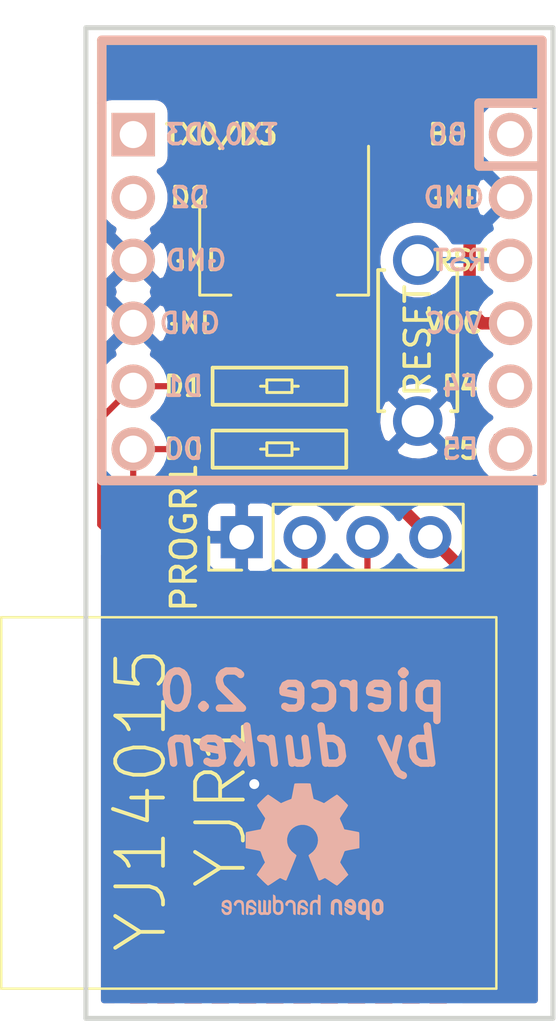
<source format=kicad_pcb>
(kicad_pcb (version 20171130) (host pcbnew 5.1.10-88a1d61d58~88~ubuntu20.04.1)

  (general
    (thickness 1.6)
    (drawings 6)
    (tracks 40)
    (zones 0)
    (modules 8)
    (nets 43)
  )

  (page A4)
  (title_block
    (title "Pierce Keyboard")
    (date 2021-02-12)
    (rev "v 0.1")
    (comment 4 "Author: Durken")
  )

  (layers
    (0 F.Cu signal)
    (31 B.Cu signal)
    (32 B.Adhes user)
    (33 F.Adhes user)
    (34 B.Paste user)
    (35 F.Paste user)
    (36 B.SilkS user)
    (37 F.SilkS user)
    (38 B.Mask user)
    (39 F.Mask user)
    (40 Dwgs.User user)
    (41 Cmts.User user)
    (42 Eco1.User user)
    (43 Eco2.User user)
    (44 Edge.Cuts user)
    (45 Margin user)
    (46 B.CrtYd user)
    (47 F.CrtYd user)
    (48 B.Fab user)
    (49 F.Fab user)
  )

  (setup
    (last_trace_width 0.25)
    (user_trace_width 0.5)
    (trace_clearance 0.2)
    (zone_clearance 0.508)
    (zone_45_only no)
    (trace_min 0.2)
    (via_size 0.8)
    (via_drill 0.4)
    (via_min_size 0.4)
    (via_min_drill 0.3)
    (uvia_size 0.3)
    (uvia_drill 0.1)
    (uvias_allowed no)
    (uvia_min_size 0.2)
    (uvia_min_drill 0.1)
    (edge_width 0.05)
    (segment_width 0.2)
    (pcb_text_width 0.3)
    (pcb_text_size 1.5 1.5)
    (mod_edge_width 0.12)
    (mod_text_size 1 1)
    (mod_text_width 0.15)
    (pad_size 2.2 1.6)
    (pad_drill 1)
    (pad_to_mask_clearance 0)
    (aux_axis_origin 0 0)
    (grid_origin 192.5574 65.8114)
    (visible_elements FFFFFF7F)
    (pcbplotparams
      (layerselection 0x010f0_ffffffff)
      (usegerberextensions false)
      (usegerberattributes false)
      (usegerberadvancedattributes false)
      (creategerberjobfile false)
      (excludeedgelayer true)
      (linewidth 0.100000)
      (plotframeref false)
      (viasonmask false)
      (mode 1)
      (useauxorigin false)
      (hpglpennumber 1)
      (hpglpenspeed 20)
      (hpglpendiameter 15.000000)
      (psnegative false)
      (psa4output false)
      (plotreference true)
      (plotvalue false)
      (plotinvisibletext false)
      (padsonsilk false)
      (subtractmaskfromsilk false)
      (outputformat 1)
      (mirror false)
      (drillshape 0)
      (scaleselection 1)
      (outputdirectory "../../../KiCad/Gerber/"))
  )

  (net 0 "")
  (net 1 reset)
  (net 2 "Net-(AVR1-Pad1)")
  (net 3 I2C_SDA)
  (net 4 I2C_SCL)
  (net 5 "Net-(AVR1-Pad19)")
  (net 6 "Net-(AVR1-Pad20)")
  (net 7 "Net-(AVR1-Pad24)")
  (net 8 CLKR)
  (net 9 DIOR)
  (net 10 "Net-(YJR1-Pad13)")
  (net 11 "Net-(YJR1-Pad10)")
  (net 12 "Net-(YJR1-Pad9)")
  (net 13 "Net-(YJR1-Pad8)")
  (net 14 "Net-(YJR1-Pad7)")
  (net 15 "Net-(YJR1-Pad6)")
  (net 16 "Net-(YJR1-Pad5)")
  (net 17 "Net-(YJR1-Pad4)")
  (net 18 "Net-(YJR1-Pad3)")
  (net 19 "Net-(YJR1-Pad2)")
  (net 20 "Net-(YJR1-Pad34)")
  (net 21 GND)
  (net 22 VCC_5V)
  (net 23 VCC_3.3V)
  (net 24 "Net-(AVR1-Pad2)")
  (net 25 "Net-(YJR1-Pad14)")
  (net 26 "Net-(YJR1-Pad15)")
  (net 27 "Net-(YJR1-Pad16)")
  (net 28 "Net-(YJR1-Pad17)")
  (net 29 "Net-(YJR1-Pad18)")
  (net 30 "Net-(YJR1-Pad19)")
  (net 31 "Net-(YJR1-Pad20)")
  (net 32 "Net-(YJR1-Pad21)")
  (net 33 "Net-(YJR1-Pad22)")
  (net 34 "Net-(YJR1-Pad23)")
  (net 35 "Net-(YJR1-Pad24)")
  (net 36 "Net-(YJR1-Pad25)")
  (net 37 "Net-(YJR1-Pad26)")
  (net 38 "Net-(YJR1-Pad27)")
  (net 39 "Net-(YJR1-Pad28)")
  (net 40 "Net-(YJR1-Pad29)")
  (net 41 "Net-(YJR1-Pad30)")
  (net 42 "Net-(YJR1-Pad33)")

  (net_class Default "This is the default net class."
    (clearance 0.2)
    (trace_width 0.25)
    (via_dia 0.8)
    (via_drill 0.4)
    (uvia_dia 0.3)
    (uvia_drill 0.1)
    (add_net CLKR)
    (add_net DIOR)
    (add_net GND)
    (add_net I2C_SCL)
    (add_net I2C_SDA)
    (add_net "Net-(AVR1-Pad1)")
    (add_net "Net-(AVR1-Pad19)")
    (add_net "Net-(AVR1-Pad2)")
    (add_net "Net-(AVR1-Pad20)")
    (add_net "Net-(AVR1-Pad24)")
    (add_net "Net-(YJR1-Pad10)")
    (add_net "Net-(YJR1-Pad13)")
    (add_net "Net-(YJR1-Pad14)")
    (add_net "Net-(YJR1-Pad15)")
    (add_net "Net-(YJR1-Pad16)")
    (add_net "Net-(YJR1-Pad17)")
    (add_net "Net-(YJR1-Pad18)")
    (add_net "Net-(YJR1-Pad19)")
    (add_net "Net-(YJR1-Pad2)")
    (add_net "Net-(YJR1-Pad20)")
    (add_net "Net-(YJR1-Pad21)")
    (add_net "Net-(YJR1-Pad22)")
    (add_net "Net-(YJR1-Pad23)")
    (add_net "Net-(YJR1-Pad24)")
    (add_net "Net-(YJR1-Pad25)")
    (add_net "Net-(YJR1-Pad26)")
    (add_net "Net-(YJR1-Pad27)")
    (add_net "Net-(YJR1-Pad28)")
    (add_net "Net-(YJR1-Pad29)")
    (add_net "Net-(YJR1-Pad3)")
    (add_net "Net-(YJR1-Pad30)")
    (add_net "Net-(YJR1-Pad33)")
    (add_net "Net-(YJR1-Pad34)")
    (add_net "Net-(YJR1-Pad4)")
    (add_net "Net-(YJR1-Pad5)")
    (add_net "Net-(YJR1-Pad6)")
    (add_net "Net-(YJR1-Pad7)")
    (add_net "Net-(YJR1-Pad8)")
    (add_net "Net-(YJR1-Pad9)")
    (add_net VCC_3.3V)
    (add_net VCC_5V)
    (add_net reset)
  )

  (module pierce:OSHW-Logo2_7.3x6mm_SilkScreen (layer B.Cu) (tedit 0) (tstamp 60D25D45)
    (at 146.5 63.2714 180)
    (descr "Open Source Hardware Symbol")
    (tags "Logo Symbol OSHW")
    (attr virtual)
    (fp_text reference REF** (at 0 0) (layer B.SilkS) hide
      (effects (font (size 1 1) (thickness 0.15)) (justify mirror))
    )
    (fp_text value OSHW-Logo2_7.3x6mm_SilkScreen (at 0.75 0) (layer B.Fab) hide
      (effects (font (size 1 1) (thickness 0.15)) (justify mirror))
    )
    (fp_poly (pts (xy 0.10391 2.757652) (xy 0.182454 2.757222) (xy 0.239298 2.756058) (xy 0.278105 2.753793)
      (xy 0.302538 2.75006) (xy 0.316262 2.744494) (xy 0.32294 2.736727) (xy 0.326236 2.726395)
      (xy 0.326556 2.725057) (xy 0.331562 2.700921) (xy 0.340829 2.653299) (xy 0.353392 2.587259)
      (xy 0.368287 2.507872) (xy 0.384551 2.420204) (xy 0.385119 2.417125) (xy 0.40141 2.331211)
      (xy 0.416652 2.255304) (xy 0.429861 2.193955) (xy 0.440054 2.151718) (xy 0.446248 2.133145)
      (xy 0.446543 2.132816) (xy 0.464788 2.123747) (xy 0.502405 2.108633) (xy 0.551271 2.090738)
      (xy 0.551543 2.090642) (xy 0.613093 2.067507) (xy 0.685657 2.038035) (xy 0.754057 2.008403)
      (xy 0.757294 2.006938) (xy 0.868702 1.956374) (xy 1.115399 2.12484) (xy 1.191077 2.176197)
      (xy 1.259631 2.222111) (xy 1.317088 2.25997) (xy 1.359476 2.287163) (xy 1.382825 2.301079)
      (xy 1.385042 2.302111) (xy 1.40201 2.297516) (xy 1.433701 2.275345) (xy 1.481352 2.234553)
      (xy 1.546198 2.174095) (xy 1.612397 2.109773) (xy 1.676214 2.046388) (xy 1.733329 1.988549)
      (xy 1.780305 1.939825) (xy 1.813703 1.90379) (xy 1.830085 1.884016) (xy 1.830694 1.882998)
      (xy 1.832505 1.869428) (xy 1.825683 1.847267) (xy 1.80854 1.813522) (xy 1.779393 1.7652)
      (xy 1.736555 1.699308) (xy 1.679448 1.614483) (xy 1.628766 1.539823) (xy 1.583461 1.47286)
      (xy 1.54615 1.417484) (xy 1.519452 1.37758) (xy 1.505985 1.357038) (xy 1.505137 1.355644)
      (xy 1.506781 1.335962) (xy 1.519245 1.297707) (xy 1.540048 1.248111) (xy 1.547462 1.232272)
      (xy 1.579814 1.16171) (xy 1.614328 1.081647) (xy 1.642365 1.012371) (xy 1.662568 0.960955)
      (xy 1.678615 0.921881) (xy 1.687888 0.901459) (xy 1.689041 0.899886) (xy 1.706096 0.897279)
      (xy 1.746298 0.890137) (xy 1.804302 0.879477) (xy 1.874763 0.866315) (xy 1.952335 0.851667)
      (xy 2.031672 0.836551) (xy 2.107431 0.821982) (xy 2.174264 0.808978) (xy 2.226828 0.798555)
      (xy 2.259776 0.79173) (xy 2.267857 0.789801) (xy 2.276205 0.785038) (xy 2.282506 0.774282)
      (xy 2.287045 0.753902) (xy 2.290104 0.720266) (xy 2.291967 0.669745) (xy 2.292918 0.598708)
      (xy 2.29324 0.503524) (xy 2.293257 0.464508) (xy 2.293257 0.147201) (xy 2.217057 0.132161)
      (xy 2.174663 0.124005) (xy 2.1114 0.112101) (xy 2.034962 0.097884) (xy 1.953043 0.08279)
      (xy 1.9304 0.078645) (xy 1.854806 0.063947) (xy 1.788953 0.049495) (xy 1.738366 0.036625)
      (xy 1.708574 0.026678) (xy 1.703612 0.023713) (xy 1.691426 0.002717) (xy 1.673953 -0.037967)
      (xy 1.654577 -0.090322) (xy 1.650734 -0.1016) (xy 1.625339 -0.171523) (xy 1.593817 -0.250418)
      (xy 1.562969 -0.321266) (xy 1.562817 -0.321595) (xy 1.511447 -0.432733) (xy 1.680399 -0.681253)
      (xy 1.849352 -0.929772) (xy 1.632429 -1.147058) (xy 1.566819 -1.211726) (xy 1.506979 -1.268733)
      (xy 1.456267 -1.315033) (xy 1.418046 -1.347584) (xy 1.395675 -1.363343) (xy 1.392466 -1.364343)
      (xy 1.373626 -1.356469) (xy 1.33518 -1.334578) (xy 1.28133 -1.301267) (xy 1.216276 -1.259131)
      (xy 1.14594 -1.211943) (xy 1.074555 -1.16381) (xy 1.010908 -1.121928) (xy 0.959041 -1.088871)
      (xy 0.922995 -1.067218) (xy 0.906867 -1.059543) (xy 0.887189 -1.066037) (xy 0.849875 -1.08315)
      (xy 0.802621 -1.107326) (xy 0.797612 -1.110013) (xy 0.733977 -1.141927) (xy 0.690341 -1.157579)
      (xy 0.663202 -1.157745) (xy 0.649057 -1.143204) (xy 0.648975 -1.143) (xy 0.641905 -1.125779)
      (xy 0.625042 -1.084899) (xy 0.599695 -1.023525) (xy 0.567171 -0.944819) (xy 0.528778 -0.851947)
      (xy 0.485822 -0.748072) (xy 0.444222 -0.647502) (xy 0.398504 -0.536516) (xy 0.356526 -0.433703)
      (xy 0.319548 -0.342215) (xy 0.288827 -0.265201) (xy 0.265622 -0.205815) (xy 0.25119 -0.167209)
      (xy 0.246743 -0.1528) (xy 0.257896 -0.136272) (xy 0.287069 -0.10993) (xy 0.325971 -0.080887)
      (xy 0.436757 0.010961) (xy 0.523351 0.116241) (xy 0.584716 0.232734) (xy 0.619815 0.358224)
      (xy 0.627608 0.490493) (xy 0.621943 0.551543) (xy 0.591078 0.678205) (xy 0.53792 0.790059)
      (xy 0.465767 0.885999) (xy 0.377917 0.964924) (xy 0.277665 1.02573) (xy 0.16831 1.067313)
      (xy 0.053147 1.088572) (xy -0.064525 1.088401) (xy -0.18141 1.065699) (xy -0.294211 1.019362)
      (xy -0.399631 0.948287) (xy -0.443632 0.908089) (xy -0.528021 0.804871) (xy -0.586778 0.692075)
      (xy -0.620296 0.57299) (xy -0.628965 0.450905) (xy -0.613177 0.329107) (xy -0.573322 0.210884)
      (xy -0.509793 0.099525) (xy -0.422979 -0.001684) (xy -0.325971 -0.080887) (xy -0.285563 -0.111162)
      (xy -0.257018 -0.137219) (xy -0.246743 -0.152825) (xy -0.252123 -0.169843) (xy -0.267425 -0.2105)
      (xy -0.291388 -0.271642) (xy -0.322756 -0.350119) (xy -0.360268 -0.44278) (xy -0.402667 -0.546472)
      (xy -0.444337 -0.647526) (xy -0.49031 -0.758607) (xy -0.532893 -0.861541) (xy -0.570779 -0.953165)
      (xy -0.60266 -1.030316) (xy -0.627229 -1.089831) (xy -0.64318 -1.128544) (xy -0.64909 -1.143)
      (xy -0.663052 -1.157685) (xy -0.69006 -1.157642) (xy -0.733587 -1.142099) (xy -0.79711 -1.110284)
      (xy -0.797612 -1.110013) (xy -0.84544 -1.085323) (xy -0.884103 -1.067338) (xy -0.905905 -1.059614)
      (xy -0.906867 -1.059543) (xy -0.923279 -1.067378) (xy -0.959513 -1.089165) (xy -1.011526 -1.122328)
      (xy -1.075275 -1.164291) (xy -1.14594 -1.211943) (xy -1.217884 -1.260191) (xy -1.282726 -1.302151)
      (xy -1.336265 -1.335227) (xy -1.374303 -1.356821) (xy -1.392467 -1.364343) (xy -1.409192 -1.354457)
      (xy -1.44282 -1.326826) (xy -1.48999 -1.284495) (xy -1.547342 -1.230505) (xy -1.611516 -1.167899)
      (xy -1.632503 -1.146983) (xy -1.849501 -0.929623) (xy -1.684332 -0.68722) (xy -1.634136 -0.612781)
      (xy -1.590081 -0.545972) (xy -1.554638 -0.490665) (xy -1.530281 -0.450729) (xy -1.519478 -0.430036)
      (xy -1.519162 -0.428563) (xy -1.524857 -0.409058) (xy -1.540174 -0.369822) (xy -1.562463 -0.31743)
      (xy -1.578107 -0.282355) (xy -1.607359 -0.215201) (xy -1.634906 -0.147358) (xy -1.656263 -0.090034)
      (xy -1.662065 -0.072572) (xy -1.678548 -0.025938) (xy -1.69466 0.010095) (xy -1.70351 0.023713)
      (xy -1.72304 0.032048) (xy -1.765666 0.043863) (xy -1.825855 0.057819) (xy -1.898078 0.072578)
      (xy -1.9304 0.078645) (xy -2.012478 0.093727) (xy -2.091205 0.108331) (xy -2.158891 0.12102)
      (xy -2.20784 0.130358) (xy -2.217057 0.132161) (xy -2.293257 0.147201) (xy -2.293257 0.464508)
      (xy -2.293086 0.568846) (xy -2.292384 0.647787) (xy -2.290866 0.704962) (xy -2.288251 0.744001)
      (xy -2.284254 0.768535) (xy -2.278591 0.782195) (xy -2.27098 0.788611) (xy -2.267857 0.789801)
      (xy -2.249022 0.79402) (xy -2.207412 0.802438) (xy -2.14837 0.814039) (xy -2.077243 0.827805)
      (xy -1.999375 0.84272) (xy -1.920113 0.857768) (xy -1.844802 0.871931) (xy -1.778787 0.884194)
      (xy -1.727413 0.893539) (xy -1.696025 0.89895) (xy -1.689041 0.899886) (xy -1.682715 0.912404)
      (xy -1.66871 0.945754) (xy -1.649645 0.993623) (xy -1.642366 1.012371) (xy -1.613004 1.084805)
      (xy -1.578429 1.16483) (xy -1.547463 1.232272) (xy -1.524677 1.283841) (xy -1.509518 1.326215)
      (xy -1.504458 1.352166) (xy -1.505264 1.355644) (xy -1.515959 1.372064) (xy -1.54038 1.408583)
      (xy -1.575905 1.461313) (xy -1.619913 1.526365) (xy -1.669783 1.599849) (xy -1.679644 1.614355)
      (xy -1.737508 1.700296) (xy -1.780044 1.765739) (xy -1.808946 1.813696) (xy -1.82591 1.84718)
      (xy -1.832633 1.869205) (xy -1.83081 1.882783) (xy -1.830764 1.882869) (xy -1.816414 1.900703)
      (xy -1.784677 1.935183) (xy -1.73899 1.982732) (xy -1.682796 2.039778) (xy -1.619532 2.102745)
      (xy -1.612398 2.109773) (xy -1.53267 2.18698) (xy -1.471143 2.24367) (xy -1.426579 2.28089)
      (xy -1.397743 2.299685) (xy -1.385042 2.302111) (xy -1.366506 2.291529) (xy -1.328039 2.267084)
      (xy -1.273614 2.231388) (xy -1.207202 2.187053) (xy -1.132775 2.136689) (xy -1.115399 2.12484)
      (xy -0.868703 1.956374) (xy -0.757294 2.006938) (xy -0.689543 2.036405) (xy -0.616817 2.066041)
      (xy -0.554297 2.08967) (xy -0.551543 2.090642) (xy -0.50264 2.108543) (xy -0.464943 2.12368)
      (xy -0.446575 2.13279) (xy -0.446544 2.132816) (xy -0.440715 2.149283) (xy -0.430808 2.189781)
      (xy -0.417805 2.249758) (xy -0.402691 2.32466) (xy -0.386448 2.409936) (xy -0.385119 2.417125)
      (xy -0.368825 2.504986) (xy -0.353867 2.58474) (xy -0.341209 2.651319) (xy -0.331814 2.699653)
      (xy -0.326646 2.724675) (xy -0.326556 2.725057) (xy -0.323411 2.735701) (xy -0.317296 2.743738)
      (xy -0.304547 2.749533) (xy -0.2815 2.753453) (xy -0.244491 2.755865) (xy -0.189856 2.757135)
      (xy -0.113933 2.757629) (xy -0.013056 2.757714) (xy 0 2.757714) (xy 0.10391 2.757652)) (layer B.SilkS) (width 0.01))
    (fp_poly (pts (xy 3.153595 -1.966966) (xy 3.211021 -2.004497) (xy 3.238719 -2.038096) (xy 3.260662 -2.099064)
      (xy 3.262405 -2.147308) (xy 3.258457 -2.211816) (xy 3.109686 -2.276934) (xy 3.037349 -2.310202)
      (xy 2.990084 -2.336964) (xy 2.965507 -2.360144) (xy 2.961237 -2.382667) (xy 2.974889 -2.407455)
      (xy 2.989943 -2.423886) (xy 3.033746 -2.450235) (xy 3.081389 -2.452081) (xy 3.125145 -2.431546)
      (xy 3.157289 -2.390752) (xy 3.163038 -2.376347) (xy 3.190576 -2.331356) (xy 3.222258 -2.312182)
      (xy 3.265714 -2.295779) (xy 3.265714 -2.357966) (xy 3.261872 -2.400283) (xy 3.246823 -2.435969)
      (xy 3.21528 -2.476943) (xy 3.210592 -2.482267) (xy 3.175506 -2.51872) (xy 3.145347 -2.538283)
      (xy 3.107615 -2.547283) (xy 3.076335 -2.55023) (xy 3.020385 -2.550965) (xy 2.980555 -2.54166)
      (xy 2.955708 -2.527846) (xy 2.916656 -2.497467) (xy 2.889625 -2.464613) (xy 2.872517 -2.423294)
      (xy 2.863238 -2.367521) (xy 2.859693 -2.291305) (xy 2.85941 -2.252622) (xy 2.860372 -2.206247)
      (xy 2.948007 -2.206247) (xy 2.949023 -2.231126) (xy 2.951556 -2.2352) (xy 2.968274 -2.229665)
      (xy 3.004249 -2.215017) (xy 3.052331 -2.19419) (xy 3.062386 -2.189714) (xy 3.123152 -2.158814)
      (xy 3.156632 -2.131657) (xy 3.16399 -2.10622) (xy 3.146391 -2.080481) (xy 3.131856 -2.069109)
      (xy 3.07941 -2.046364) (xy 3.030322 -2.050122) (xy 2.989227 -2.077884) (xy 2.960758 -2.127152)
      (xy 2.951631 -2.166257) (xy 2.948007 -2.206247) (xy 2.860372 -2.206247) (xy 2.861285 -2.162249)
      (xy 2.868196 -2.095384) (xy 2.881884 -2.046695) (xy 2.904096 -2.010849) (xy 2.936574 -1.982513)
      (xy 2.950733 -1.973355) (xy 3.015053 -1.949507) (xy 3.085473 -1.948006) (xy 3.153595 -1.966966)) (layer B.SilkS) (width 0.01))
    (fp_poly (pts (xy 2.6526 -1.958752) (xy 2.669948 -1.966334) (xy 2.711356 -1.999128) (xy 2.746765 -2.046547)
      (xy 2.768664 -2.097151) (xy 2.772229 -2.122098) (xy 2.760279 -2.156927) (xy 2.734067 -2.175357)
      (xy 2.705964 -2.186516) (xy 2.693095 -2.188572) (xy 2.686829 -2.173649) (xy 2.674456 -2.141175)
      (xy 2.669028 -2.126502) (xy 2.63859 -2.075744) (xy 2.59452 -2.050427) (xy 2.53801 -2.051206)
      (xy 2.533825 -2.052203) (xy 2.503655 -2.066507) (xy 2.481476 -2.094393) (xy 2.466327 -2.139287)
      (xy 2.45725 -2.204615) (xy 2.453286 -2.293804) (xy 2.452914 -2.341261) (xy 2.45273 -2.416071)
      (xy 2.451522 -2.467069) (xy 2.448309 -2.499471) (xy 2.442109 -2.518495) (xy 2.43194 -2.529356)
      (xy 2.416819 -2.537272) (xy 2.415946 -2.53767) (xy 2.386828 -2.549981) (xy 2.372403 -2.554514)
      (xy 2.370186 -2.540809) (xy 2.368289 -2.502925) (xy 2.366847 -2.445715) (xy 2.365998 -2.374027)
      (xy 2.365829 -2.321565) (xy 2.366692 -2.220047) (xy 2.37007 -2.143032) (xy 2.377142 -2.086023)
      (xy 2.389088 -2.044526) (xy 2.40709 -2.014043) (xy 2.432327 -1.99008) (xy 2.457247 -1.973355)
      (xy 2.517171 -1.951097) (xy 2.586911 -1.946076) (xy 2.6526 -1.958752)) (layer B.SilkS) (width 0.01))
    (fp_poly (pts (xy 2.144876 -1.956335) (xy 2.186667 -1.975344) (xy 2.219469 -1.998378) (xy 2.243503 -2.024133)
      (xy 2.260097 -2.057358) (xy 2.270577 -2.1028) (xy 2.276271 -2.165207) (xy 2.278507 -2.249327)
      (xy 2.278743 -2.304721) (xy 2.278743 -2.520826) (xy 2.241774 -2.53767) (xy 2.212656 -2.549981)
      (xy 2.198231 -2.554514) (xy 2.195472 -2.541025) (xy 2.193282 -2.504653) (xy 2.191942 -2.451542)
      (xy 2.191657 -2.409372) (xy 2.190434 -2.348447) (xy 2.187136 -2.300115) (xy 2.182321 -2.270518)
      (xy 2.178496 -2.264229) (xy 2.152783 -2.270652) (xy 2.112418 -2.287125) (xy 2.065679 -2.309458)
      (xy 2.020845 -2.333457) (xy 1.986193 -2.35493) (xy 1.970002 -2.369685) (xy 1.969938 -2.369845)
      (xy 1.97133 -2.397152) (xy 1.983818 -2.423219) (xy 2.005743 -2.444392) (xy 2.037743 -2.451474)
      (xy 2.065092 -2.450649) (xy 2.103826 -2.450042) (xy 2.124158 -2.459116) (xy 2.136369 -2.483092)
      (xy 2.137909 -2.487613) (xy 2.143203 -2.521806) (xy 2.129047 -2.542568) (xy 2.092148 -2.552462)
      (xy 2.052289 -2.554292) (xy 1.980562 -2.540727) (xy 1.943432 -2.521355) (xy 1.897576 -2.475845)
      (xy 1.873256 -2.419983) (xy 1.871073 -2.360957) (xy 1.891629 -2.305953) (xy 1.922549 -2.271486)
      (xy 1.95342 -2.252189) (xy 2.001942 -2.227759) (xy 2.058485 -2.202985) (xy 2.06791 -2.199199)
      (xy 2.130019 -2.171791) (xy 2.165822 -2.147634) (xy 2.177337 -2.123619) (xy 2.16658 -2.096635)
      (xy 2.148114 -2.075543) (xy 2.104469 -2.049572) (xy 2.056446 -2.047624) (xy 2.012406 -2.067637)
      (xy 1.980709 -2.107551) (xy 1.976549 -2.117848) (xy 1.952327 -2.155724) (xy 1.916965 -2.183842)
      (xy 1.872343 -2.206917) (xy 1.872343 -2.141485) (xy 1.874969 -2.101506) (xy 1.88623 -2.069997)
      (xy 1.911199 -2.036378) (xy 1.935169 -2.010484) (xy 1.972441 -1.973817) (xy 2.001401 -1.954121)
      (xy 2.032505 -1.94622) (xy 2.067713 -1.944914) (xy 2.144876 -1.956335)) (layer B.SilkS) (width 0.01))
    (fp_poly (pts (xy 1.779833 -1.958663) (xy 1.782048 -1.99685) (xy 1.783784 -2.054886) (xy 1.784899 -2.12818)
      (xy 1.785257 -2.205055) (xy 1.785257 -2.465196) (xy 1.739326 -2.511127) (xy 1.707675 -2.539429)
      (xy 1.67989 -2.550893) (xy 1.641915 -2.550168) (xy 1.62684 -2.548321) (xy 1.579726 -2.542948)
      (xy 1.540756 -2.539869) (xy 1.531257 -2.539585) (xy 1.499233 -2.541445) (xy 1.453432 -2.546114)
      (xy 1.435674 -2.548321) (xy 1.392057 -2.551735) (xy 1.362745 -2.54432) (xy 1.33368 -2.521427)
      (xy 1.323188 -2.511127) (xy 1.277257 -2.465196) (xy 1.277257 -1.978602) (xy 1.314226 -1.961758)
      (xy 1.346059 -1.949282) (xy 1.364683 -1.944914) (xy 1.369458 -1.958718) (xy 1.373921 -1.997286)
      (xy 1.377775 -2.056356) (xy 1.380722 -2.131663) (xy 1.382143 -2.195286) (xy 1.386114 -2.445657)
      (xy 1.420759 -2.450556) (xy 1.452268 -2.447131) (xy 1.467708 -2.436041) (xy 1.472023 -2.415308)
      (xy 1.475708 -2.371145) (xy 1.478469 -2.309146) (xy 1.480012 -2.234909) (xy 1.480235 -2.196706)
      (xy 1.480457 -1.976783) (xy 1.526166 -1.960849) (xy 1.558518 -1.950015) (xy 1.576115 -1.944962)
      (xy 1.576623 -1.944914) (xy 1.578388 -1.958648) (xy 1.580329 -1.99673) (xy 1.582282 -2.054482)
      (xy 1.584084 -2.127227) (xy 1.585343 -2.195286) (xy 1.589314 -2.445657) (xy 1.6764 -2.445657)
      (xy 1.680396 -2.21724) (xy 1.684392 -1.988822) (xy 1.726847 -1.966868) (xy 1.758192 -1.951793)
      (xy 1.776744 -1.944951) (xy 1.777279 -1.944914) (xy 1.779833 -1.958663)) (layer B.SilkS) (width 0.01))
    (fp_poly (pts (xy 1.190117 -2.065358) (xy 1.189933 -2.173837) (xy 1.189219 -2.257287) (xy 1.187675 -2.319704)
      (xy 1.185001 -2.365085) (xy 1.180894 -2.397429) (xy 1.175055 -2.420733) (xy 1.167182 -2.438995)
      (xy 1.161221 -2.449418) (xy 1.111855 -2.505945) (xy 1.049264 -2.541377) (xy 0.980013 -2.55409)
      (xy 0.910668 -2.542463) (xy 0.869375 -2.521568) (xy 0.826025 -2.485422) (xy 0.796481 -2.441276)
      (xy 0.778655 -2.383462) (xy 0.770463 -2.306313) (xy 0.769302 -2.249714) (xy 0.769458 -2.245647)
      (xy 0.870857 -2.245647) (xy 0.871476 -2.31055) (xy 0.874314 -2.353514) (xy 0.88084 -2.381622)
      (xy 0.892523 -2.401953) (xy 0.906483 -2.417288) (xy 0.953365 -2.44689) (xy 1.003701 -2.449419)
      (xy 1.051276 -2.424705) (xy 1.054979 -2.421356) (xy 1.070783 -2.403935) (xy 1.080693 -2.383209)
      (xy 1.086058 -2.352362) (xy 1.088228 -2.304577) (xy 1.088571 -2.251748) (xy 1.087827 -2.185381)
      (xy 1.084748 -2.141106) (xy 1.078061 -2.112009) (xy 1.066496 -2.091173) (xy 1.057013 -2.080107)
      (xy 1.01296 -2.052198) (xy 0.962224 -2.048843) (xy 0.913796 -2.070159) (xy 0.90445 -2.078073)
      (xy 0.88854 -2.095647) (xy 0.87861 -2.116587) (xy 0.873278 -2.147782) (xy 0.871163 -2.196122)
      (xy 0.870857 -2.245647) (xy 0.769458 -2.245647) (xy 0.77281 -2.158568) (xy 0.784726 -2.090086)
      (xy 0.807135 -2.0386) (xy 0.842124 -1.998443) (xy 0.869375 -1.977861) (xy 0.918907 -1.955625)
      (xy 0.976316 -1.945304) (xy 1.029682 -1.948067) (xy 1.059543 -1.959212) (xy 1.071261 -1.962383)
      (xy 1.079037 -1.950557) (xy 1.084465 -1.918866) (xy 1.088571 -1.870593) (xy 1.093067 -1.816829)
      (xy 1.099313 -1.784482) (xy 1.110676 -1.765985) (xy 1.130528 -1.75377) (xy 1.143 -1.748362)
      (xy 1.190171 -1.728601) (xy 1.190117 -2.065358)) (layer B.SilkS) (width 0.01))
    (fp_poly (pts (xy 0.529926 -1.949755) (xy 0.595858 -1.974084) (xy 0.649273 -2.017117) (xy 0.670164 -2.047409)
      (xy 0.692939 -2.102994) (xy 0.692466 -2.143186) (xy 0.668562 -2.170217) (xy 0.659717 -2.174813)
      (xy 0.62153 -2.189144) (xy 0.602028 -2.185472) (xy 0.595422 -2.161407) (xy 0.595086 -2.148114)
      (xy 0.582992 -2.09921) (xy 0.551471 -2.064999) (xy 0.507659 -2.048476) (xy 0.458695 -2.052634)
      (xy 0.418894 -2.074227) (xy 0.40545 -2.086544) (xy 0.395921 -2.101487) (xy 0.389485 -2.124075)
      (xy 0.385317 -2.159328) (xy 0.382597 -2.212266) (xy 0.380502 -2.287907) (xy 0.37996 -2.311857)
      (xy 0.377981 -2.39379) (xy 0.375731 -2.451455) (xy 0.372357 -2.489608) (xy 0.367006 -2.513004)
      (xy 0.358824 -2.526398) (xy 0.346959 -2.534545) (xy 0.339362 -2.538144) (xy 0.307102 -2.550452)
      (xy 0.288111 -2.554514) (xy 0.281836 -2.540948) (xy 0.278006 -2.499934) (xy 0.2766 -2.430999)
      (xy 0.277598 -2.333669) (xy 0.277908 -2.318657) (xy 0.280101 -2.229859) (xy 0.282693 -2.165019)
      (xy 0.286382 -2.119067) (xy 0.291864 -2.086935) (xy 0.299835 -2.063553) (xy 0.310993 -2.043852)
      (xy 0.31683 -2.03541) (xy 0.350296 -1.998057) (xy 0.387727 -1.969003) (xy 0.392309 -1.966467)
      (xy 0.459426 -1.946443) (xy 0.529926 -1.949755)) (layer B.SilkS) (width 0.01))
    (fp_poly (pts (xy 0.039744 -1.950968) (xy 0.096616 -1.972087) (xy 0.097267 -1.972493) (xy 0.13244 -1.99838)
      (xy 0.158407 -2.028633) (xy 0.17667 -2.068058) (xy 0.188732 -2.121462) (xy 0.196096 -2.193651)
      (xy 0.200264 -2.289432) (xy 0.200629 -2.303078) (xy 0.205876 -2.508842) (xy 0.161716 -2.531678)
      (xy 0.129763 -2.54711) (xy 0.11047 -2.554423) (xy 0.109578 -2.554514) (xy 0.106239 -2.541022)
      (xy 0.103587 -2.504626) (xy 0.101956 -2.451452) (xy 0.1016 -2.408393) (xy 0.101592 -2.338641)
      (xy 0.098403 -2.294837) (xy 0.087288 -2.273944) (xy 0.063501 -2.272925) (xy 0.022296 -2.288741)
      (xy -0.039914 -2.317815) (xy -0.085659 -2.341963) (xy -0.109187 -2.362913) (xy -0.116104 -2.385747)
      (xy -0.116114 -2.386877) (xy -0.104701 -2.426212) (xy -0.070908 -2.447462) (xy -0.019191 -2.450539)
      (xy 0.018061 -2.450006) (xy 0.037703 -2.460735) (xy 0.049952 -2.486505) (xy 0.057002 -2.519337)
      (xy 0.046842 -2.537966) (xy 0.043017 -2.540632) (xy 0.007001 -2.55134) (xy -0.043434 -2.552856)
      (xy -0.095374 -2.545759) (xy -0.132178 -2.532788) (xy -0.183062 -2.489585) (xy -0.211986 -2.429446)
      (xy -0.217714 -2.382462) (xy -0.213343 -2.340082) (xy -0.197525 -2.305488) (xy -0.166203 -2.274763)
      (xy -0.115322 -2.24399) (xy -0.040824 -2.209252) (xy -0.036286 -2.207288) (xy 0.030821 -2.176287)
      (xy 0.072232 -2.150862) (xy 0.089981 -2.128014) (xy 0.086107 -2.104745) (xy 0.062643 -2.078056)
      (xy 0.055627 -2.071914) (xy 0.00863 -2.0481) (xy -0.040067 -2.049103) (xy -0.082478 -2.072451)
      (xy -0.110616 -2.115675) (xy -0.113231 -2.12416) (xy -0.138692 -2.165308) (xy -0.170999 -2.185128)
      (xy -0.217714 -2.20477) (xy -0.217714 -2.15395) (xy -0.203504 -2.080082) (xy -0.161325 -2.012327)
      (xy -0.139376 -1.989661) (xy -0.089483 -1.960569) (xy -0.026033 -1.9474) (xy 0.039744 -1.950968)) (layer B.SilkS) (width 0.01))
    (fp_poly (pts (xy -0.624114 -1.851289) (xy -0.619861 -1.910613) (xy -0.614975 -1.945572) (xy -0.608205 -1.96082)
      (xy -0.598298 -1.961015) (xy -0.595086 -1.959195) (xy -0.552356 -1.946015) (xy -0.496773 -1.946785)
      (xy -0.440263 -1.960333) (xy -0.404918 -1.977861) (xy -0.368679 -2.005861) (xy -0.342187 -2.037549)
      (xy -0.324001 -2.077813) (xy -0.312678 -2.131543) (xy -0.306778 -2.203626) (xy -0.304857 -2.298951)
      (xy -0.304823 -2.317237) (xy -0.3048 -2.522646) (xy -0.350509 -2.53858) (xy -0.382973 -2.54942)
      (xy -0.400785 -2.554468) (xy -0.401309 -2.554514) (xy -0.403063 -2.540828) (xy -0.404556 -2.503076)
      (xy -0.405674 -2.446224) (xy -0.406303 -2.375234) (xy -0.4064 -2.332073) (xy -0.406602 -2.246973)
      (xy -0.407642 -2.185981) (xy -0.410169 -2.144177) (xy -0.414836 -2.116642) (xy -0.422293 -2.098456)
      (xy -0.433189 -2.084698) (xy -0.439993 -2.078073) (xy -0.486728 -2.051375) (xy -0.537728 -2.049375)
      (xy -0.583999 -2.071955) (xy -0.592556 -2.080107) (xy -0.605107 -2.095436) (xy -0.613812 -2.113618)
      (xy -0.619369 -2.139909) (xy -0.622474 -2.179562) (xy -0.623824 -2.237832) (xy -0.624114 -2.318173)
      (xy -0.624114 -2.522646) (xy -0.669823 -2.53858) (xy -0.702287 -2.54942) (xy -0.720099 -2.554468)
      (xy -0.720623 -2.554514) (xy -0.721963 -2.540623) (xy -0.723172 -2.501439) (xy -0.724199 -2.4407)
      (xy -0.724998 -2.362141) (xy -0.725519 -2.269498) (xy -0.725714 -2.166509) (xy -0.725714 -1.769342)
      (xy -0.678543 -1.749444) (xy -0.631371 -1.729547) (xy -0.624114 -1.851289)) (layer B.SilkS) (width 0.01))
    (fp_poly (pts (xy -1.831697 -1.931239) (xy -1.774473 -1.969735) (xy -1.730251 -2.025335) (xy -1.703833 -2.096086)
      (xy -1.69849 -2.148162) (xy -1.699097 -2.169893) (xy -1.704178 -2.186531) (xy -1.718145 -2.201437)
      (xy -1.745411 -2.217973) (xy -1.790388 -2.239498) (xy -1.857489 -2.269374) (xy -1.857829 -2.269524)
      (xy -1.919593 -2.297813) (xy -1.970241 -2.322933) (xy -2.004596 -2.342179) (xy -2.017482 -2.352848)
      (xy -2.017486 -2.352934) (xy -2.006128 -2.376166) (xy -1.979569 -2.401774) (xy -1.949077 -2.420221)
      (xy -1.93363 -2.423886) (xy -1.891485 -2.411212) (xy -1.855192 -2.379471) (xy -1.837483 -2.344572)
      (xy -1.820448 -2.318845) (xy -1.787078 -2.289546) (xy -1.747851 -2.264235) (xy -1.713244 -2.250471)
      (xy -1.706007 -2.249714) (xy -1.697861 -2.26216) (xy -1.69737 -2.293972) (xy -1.703357 -2.336866)
      (xy -1.714643 -2.382558) (xy -1.73005 -2.422761) (xy -1.730829 -2.424322) (xy -1.777196 -2.489062)
      (xy -1.837289 -2.533097) (xy -1.905535 -2.554711) (xy -1.976362 -2.552185) (xy -2.044196 -2.523804)
      (xy -2.047212 -2.521808) (xy -2.100573 -2.473448) (xy -2.13566 -2.410352) (xy -2.155078 -2.327387)
      (xy -2.157684 -2.304078) (xy -2.162299 -2.194055) (xy -2.156767 -2.142748) (xy -2.017486 -2.142748)
      (xy -2.015676 -2.174753) (xy -2.005778 -2.184093) (xy -1.981102 -2.177105) (xy -1.942205 -2.160587)
      (xy -1.898725 -2.139881) (xy -1.897644 -2.139333) (xy -1.860791 -2.119949) (xy -1.846 -2.107013)
      (xy -1.849647 -2.093451) (xy -1.865005 -2.075632) (xy -1.904077 -2.049845) (xy -1.946154 -2.04795)
      (xy -1.983897 -2.066717) (xy -2.009966 -2.102915) (xy -2.017486 -2.142748) (xy -2.156767 -2.142748)
      (xy -2.152806 -2.106027) (xy -2.12845 -2.036212) (xy -2.094544 -1.987302) (xy -2.033347 -1.937878)
      (xy -1.965937 -1.913359) (xy -1.89712 -1.911797) (xy -1.831697 -1.931239)) (layer B.SilkS) (width 0.01))
    (fp_poly (pts (xy -2.958885 -1.921962) (xy -2.890855 -1.957733) (xy -2.840649 -2.015301) (xy -2.822815 -2.052312)
      (xy -2.808937 -2.107882) (xy -2.801833 -2.178096) (xy -2.80116 -2.254727) (xy -2.806573 -2.329552)
      (xy -2.81773 -2.394342) (xy -2.834286 -2.440873) (xy -2.839374 -2.448887) (xy -2.899645 -2.508707)
      (xy -2.971231 -2.544535) (xy -3.048908 -2.55502) (xy -3.127452 -2.53881) (xy -3.149311 -2.529092)
      (xy -3.191878 -2.499143) (xy -3.229237 -2.459433) (xy -3.232768 -2.454397) (xy -3.247119 -2.430124)
      (xy -3.256606 -2.404178) (xy -3.26221 -2.370022) (xy -3.264914 -2.321119) (xy -3.265701 -2.250935)
      (xy -3.265714 -2.2352) (xy -3.265678 -2.230192) (xy -3.120571 -2.230192) (xy -3.119727 -2.29643)
      (xy -3.116404 -2.340386) (xy -3.109417 -2.368779) (xy -3.097584 -2.388325) (xy -3.091543 -2.394857)
      (xy -3.056814 -2.41968) (xy -3.023097 -2.418548) (xy -2.989005 -2.397016) (xy -2.968671 -2.374029)
      (xy -2.956629 -2.340478) (xy -2.949866 -2.287569) (xy -2.949402 -2.281399) (xy -2.948248 -2.185513)
      (xy -2.960312 -2.114299) (xy -2.98543 -2.068194) (xy -3.02344 -2.047635) (xy -3.037008 -2.046514)
      (xy -3.072636 -2.052152) (xy -3.097006 -2.071686) (xy -3.111907 -2.109042) (xy -3.119125 -2.16815)
      (xy -3.120571 -2.230192) (xy -3.265678 -2.230192) (xy -3.265174 -2.160413) (xy -3.262904 -2.108159)
      (xy -3.257932 -2.071949) (xy -3.249287 -2.045299) (xy -3.235995 -2.021722) (xy -3.233057 -2.017338)
      (xy -3.183687 -1.958249) (xy -3.129891 -1.923947) (xy -3.064398 -1.910331) (xy -3.042158 -1.909665)
      (xy -2.958885 -1.921962)) (layer B.SilkS) (width 0.01))
    (fp_poly (pts (xy -1.283907 -1.92778) (xy -1.237328 -1.954723) (xy -1.204943 -1.981466) (xy -1.181258 -2.009484)
      (xy -1.164941 -2.043748) (xy -1.154661 -2.089227) (xy -1.149086 -2.150892) (xy -1.146884 -2.233711)
      (xy -1.146629 -2.293246) (xy -1.146629 -2.512391) (xy -1.208314 -2.540044) (xy -1.27 -2.567697)
      (xy -1.277257 -2.32767) (xy -1.280256 -2.238028) (xy -1.283402 -2.172962) (xy -1.287299 -2.128026)
      (xy -1.292553 -2.09877) (xy -1.299769 -2.080748) (xy -1.30955 -2.069511) (xy -1.312688 -2.067079)
      (xy -1.360239 -2.048083) (xy -1.408303 -2.0556) (xy -1.436914 -2.075543) (xy -1.448553 -2.089675)
      (xy -1.456609 -2.10822) (xy -1.461729 -2.136334) (xy -1.464559 -2.179173) (xy -1.465744 -2.241895)
      (xy -1.465943 -2.307261) (xy -1.465982 -2.389268) (xy -1.467386 -2.447316) (xy -1.472086 -2.486465)
      (xy -1.482013 -2.51178) (xy -1.499097 -2.528323) (xy -1.525268 -2.541156) (xy -1.560225 -2.554491)
      (xy -1.598404 -2.569007) (xy -1.593859 -2.311389) (xy -1.592029 -2.218519) (xy -1.589888 -2.149889)
      (xy -1.586819 -2.100711) (xy -1.582206 -2.066198) (xy -1.575432 -2.041562) (xy -1.565881 -2.022016)
      (xy -1.554366 -2.00477) (xy -1.49881 -1.94968) (xy -1.43102 -1.917822) (xy -1.357287 -1.910191)
      (xy -1.283907 -1.92778)) (layer B.SilkS) (width 0.01))
    (fp_poly (pts (xy -2.400256 -1.919918) (xy -2.344799 -1.947568) (xy -2.295852 -1.99848) (xy -2.282371 -2.017338)
      (xy -2.267686 -2.042015) (xy -2.258158 -2.068816) (xy -2.252707 -2.104587) (xy -2.250253 -2.156169)
      (xy -2.249714 -2.224267) (xy -2.252148 -2.317588) (xy -2.260606 -2.387657) (xy -2.276826 -2.439931)
      (xy -2.302546 -2.479869) (xy -2.339503 -2.512929) (xy -2.342218 -2.514886) (xy -2.37864 -2.534908)
      (xy -2.422498 -2.544815) (xy -2.478276 -2.547257) (xy -2.568952 -2.547257) (xy -2.56899 -2.635283)
      (xy -2.569834 -2.684308) (xy -2.574976 -2.713065) (xy -2.588413 -2.730311) (xy -2.614142 -2.744808)
      (xy -2.620321 -2.747769) (xy -2.649236 -2.761648) (xy -2.671624 -2.770414) (xy -2.688271 -2.771171)
      (xy -2.699964 -2.761023) (xy -2.70749 -2.737073) (xy -2.711634 -2.696426) (xy -2.713185 -2.636186)
      (xy -2.712929 -2.553455) (xy -2.711651 -2.445339) (xy -2.711252 -2.413) (xy -2.709815 -2.301524)
      (xy -2.708528 -2.228603) (xy -2.569029 -2.228603) (xy -2.568245 -2.290499) (xy -2.56476 -2.330997)
      (xy -2.556876 -2.357708) (xy -2.542895 -2.378244) (xy -2.533403 -2.38826) (xy -2.494596 -2.417567)
      (xy -2.460237 -2.419952) (xy -2.424784 -2.39575) (xy -2.423886 -2.394857) (xy -2.409461 -2.376153)
      (xy -2.400687 -2.350732) (xy -2.396261 -2.311584) (xy -2.394882 -2.251697) (xy -2.394857 -2.23843)
      (xy -2.398188 -2.155901) (xy -2.409031 -2.098691) (xy -2.42866 -2.063766) (xy -2.45835 -2.048094)
      (xy -2.475509 -2.046514) (xy -2.516234 -2.053926) (xy -2.544168 -2.07833) (xy -2.560983 -2.12298)
      (xy -2.56835 -2.19113) (xy -2.569029 -2.228603) (xy -2.708528 -2.228603) (xy -2.708292 -2.215245)
      (xy -2.706323 -2.150333) (xy -2.70355 -2.102958) (xy -2.699612 -2.06929) (xy -2.694151 -2.045498)
      (xy -2.686808 -2.027753) (xy -2.677223 -2.012224) (xy -2.673113 -2.006381) (xy -2.618595 -1.951185)
      (xy -2.549664 -1.91989) (xy -2.469928 -1.911165) (xy -2.400256 -1.919918)) (layer B.SilkS) (width 0.01))
  )

  (module pierce:YJ-14015 (layer F.Cu) (tedit 5B8264F5) (tstamp 60D2B50C)
    (at 154.3304 61.3029 90)
    (descr YJ-14015-Modul)
    (tags YJ-14015)
    (path /60E34049)
    (attr smd)
    (fp_text reference YJR1 (at 0 -11.1252 90) (layer F.SilkS)
      (effects (font (size 1.9304 1.9304) (thickness 0.1524)))
    )
    (fp_text value YJ14015 (at 0.127 -14.351 90) (layer F.SilkS)
      (effects (font (size 1.9304 1.9304) (thickness 0.1524)))
    )
    (fp_line (start -7.49808 -19.99996) (end -7.49808 0) (layer F.SilkS) (width 0.1))
    (fp_line (start 7.49808 -19.99996) (end -7.49808 -19.99996) (layer F.SilkS) (width 0.1))
    (fp_line (start 7.49808 0) (end 7.49808 -19.99996) (layer F.SilkS) (width 0.1))
    (fp_line (start -7.49808 0) (end 7.49808 0) (layer F.SilkS) (width 0.1))
    (pad 11 smd rect (at -7.49808 -3.44932 180) (size 0.6985 1.19888) (layers F.Cu F.Paste F.Mask)
      (net 21 GND))
    (pad 1 smd rect (at -7.49808 -14.44752 180) (size 0.6985 1.19888) (layers F.Cu F.Paste F.Mask)
      (net 21 GND))
    (pad 14 smd rect (at -4.94792 0 180) (size 1.19888 0.6985) (layers F.Cu F.Paste F.Mask)
      (net 25 "Net-(YJR1-Pad14)"))
    (pad 15 smd rect (at -3.8481 0 180) (size 1.19888 0.6985) (layers F.Cu F.Paste F.Mask)
      (net 26 "Net-(YJR1-Pad15)"))
    (pad 16 smd rect (at -2.74828 0 180) (size 1.19888 0.6985) (layers F.Cu F.Paste F.Mask)
      (net 27 "Net-(YJR1-Pad16)"))
    (pad 17 smd rect (at -1.64846 0 180) (size 1.19888 0.6985) (layers F.Cu F.Paste F.Mask)
      (net 28 "Net-(YJR1-Pad17)"))
    (pad 18 smd rect (at -0.54864 0 180) (size 1.19888 0.6985) (layers F.Cu F.Paste F.Mask)
      (net 29 "Net-(YJR1-Pad18)"))
    (pad 19 smd rect (at 0.54864 0 180) (size 1.19888 0.6985) (layers F.Cu F.Paste F.Mask)
      (net 30 "Net-(YJR1-Pad19)"))
    (pad 20 smd rect (at 1.64846 0 180) (size 1.19888 0.6985) (layers F.Cu F.Paste F.Mask)
      (net 31 "Net-(YJR1-Pad20)"))
    (pad 21 smd rect (at 2.74828 0 180) (size 1.19888 0.6985) (layers F.Cu F.Paste F.Mask)
      (net 32 "Net-(YJR1-Pad21)"))
    (pad 22 smd rect (at 3.8481 0 180) (size 1.19888 0.6985) (layers F.Cu F.Paste F.Mask)
      (net 33 "Net-(YJR1-Pad22)"))
    (pad 23 smd rect (at 4.94792 0 180) (size 1.19888 0.6985) (layers F.Cu F.Paste F.Mask)
      (net 34 "Net-(YJR1-Pad23)"))
    (pad 24 smd rect (at 6.04774 0 180) (size 1.19888 0.6985) (layers F.Cu F.Paste F.Mask)
      (net 35 "Net-(YJR1-Pad24)"))
    (pad 25 smd rect (at 7.49808 -2.3495 180) (size 0.6985 1.19888) (layers F.Cu F.Paste F.Mask)
      (net 36 "Net-(YJR1-Pad25)"))
    (pad 26 smd rect (at 7.49808 -3.44932 180) (size 0.6985 1.19888) (layers F.Cu F.Paste F.Mask)
      (net 37 "Net-(YJR1-Pad26)"))
    (pad 27 smd rect (at 7.49808 -4.54914 180) (size 0.6985 1.19888) (layers F.Cu F.Paste F.Mask)
      (net 38 "Net-(YJR1-Pad27)"))
    (pad 28 smd rect (at 7.49808 -5.64896 180) (size 0.6985 1.19888) (layers F.Cu F.Paste F.Mask)
      (net 39 "Net-(YJR1-Pad28)"))
    (pad 29 smd rect (at 7.49808 -6.74878 180) (size 0.6985 1.19888) (layers F.Cu F.Paste F.Mask)
      (net 40 "Net-(YJR1-Pad29)"))
    (pad 30 smd rect (at 7.49808 -7.8486 180) (size 0.6985 1.19888) (layers F.Cu F.Paste F.Mask)
      (net 41 "Net-(YJR1-Pad30)"))
    (pad 33 smd rect (at 7.49808 -11.14806 180) (size 0.6985 1.19888) (layers F.Cu F.Paste F.Mask)
      (net 42 "Net-(YJR1-Pad33)"))
    (pad 34 smd rect (at 7.49808 -12.24788 180) (size 0.6985 1.19888) (layers F.Cu F.Paste F.Mask)
      (net 20 "Net-(YJR1-Pad34)"))
    (pad 35 smd rect (at 7.49808 -13.3477 180) (size 0.6985 1.19888) (layers F.Cu F.Paste F.Mask)
      (net 4 I2C_SCL))
    (pad 36 smd rect (at 7.49808 -14.44752 180) (size 0.6985 1.19888) (layers F.Cu F.Paste F.Mask)
      (net 3 I2C_SDA))
    (pad 2 smd rect (at -7.49808 -13.3477 180) (size 0.6985 1.19888) (layers F.Cu F.Paste F.Mask)
      (net 19 "Net-(YJR1-Pad2)"))
    (pad 3 smd rect (at -7.49808 -12.24788 180) (size 0.6985 1.19888) (layers F.Cu F.Paste F.Mask)
      (net 18 "Net-(YJR1-Pad3)"))
    (pad 4 smd rect (at -7.49808 -11.14806 180) (size 0.6985 1.19888) (layers F.Cu F.Paste F.Mask)
      (net 17 "Net-(YJR1-Pad4)"))
    (pad 5 smd rect (at -7.49808 -10.04824 180) (size 0.6985 1.19888) (layers F.Cu F.Paste F.Mask)
      (net 16 "Net-(YJR1-Pad5)"))
    (pad 6 smd rect (at -7.49808 -8.94842 180) (size 0.6985 1.19888) (layers F.Cu F.Paste F.Mask)
      (net 15 "Net-(YJR1-Pad6)"))
    (pad 7 smd rect (at -7.49808 -7.8486 180) (size 0.6985 1.19888) (layers F.Cu F.Paste F.Mask)
      (net 14 "Net-(YJR1-Pad7)"))
    (pad 8 smd rect (at -7.49808 -6.74878 180) (size 0.6985 1.19888) (layers F.Cu F.Paste F.Mask)
      (net 13 "Net-(YJR1-Pad8)"))
    (pad 9 smd rect (at -7.49808 -5.64896 180) (size 0.6985 1.19888) (layers F.Cu F.Paste F.Mask)
      (net 12 "Net-(YJR1-Pad9)"))
    (pad 10 smd rect (at -7.49808 -4.54914 180) (size 0.6985 1.19888) (layers F.Cu F.Paste F.Mask)
      (net 11 "Net-(YJR1-Pad10)"))
    (pad 13 smd rect (at -6.04774 0 180) (size 1.19888 0.6985) (layers F.Cu F.Paste F.Mask)
      (net 10 "Net-(YJR1-Pad13)"))
    (pad 32 smd rect (at 7.49808 -10.04824 180) (size 0.6985 1.19888) (layers F.Cu F.Paste F.Mask)
      (net 8 CLKR))
    (pad 31 smd rect (at 7.49808 -8.94842 180) (size 0.6985 1.19888) (layers F.Cu F.Paste F.Mask)
      (net 9 DIOR))
    (pad 12 smd rect (at -7.49808 -2.3495 180) (size 0.6985 1.19888) (layers F.Cu F.Paste F.Mask)
      (net 23 VCC_3.3V))
  )

  (module Connector_PinHeader_2.54mm:PinHeader_1x04_P2.54mm_Vertical (layer F.Cu) (tedit 59FED5CC) (tstamp 60D2A9BB)
    (at 144.0434 50.5714 90)
    (descr "Through hole straight pin header, 1x04, 2.54mm pitch, single row")
    (tags "Through hole pin header THT 1x04 2.54mm single row")
    (path /60ECFA40)
    (fp_text reference PROGR1 (at 0 -2.33 90) (layer F.SilkS)
      (effects (font (size 1 1) (thickness 0.15)))
    )
    (fp_text value Conn_01x04_Male (at 0 9.95 90) (layer F.Fab) hide
      (effects (font (size 1 1) (thickness 0.15)))
    )
    (fp_line (start -0.635 -1.27) (end 1.27 -1.27) (layer F.Fab) (width 0.1))
    (fp_line (start 1.27 -1.27) (end 1.27 8.89) (layer F.Fab) (width 0.1))
    (fp_line (start 1.27 8.89) (end -1.27 8.89) (layer F.Fab) (width 0.1))
    (fp_line (start -1.27 8.89) (end -1.27 -0.635) (layer F.Fab) (width 0.1))
    (fp_line (start -1.27 -0.635) (end -0.635 -1.27) (layer F.Fab) (width 0.1))
    (fp_line (start -1.33 8.95) (end 1.33 8.95) (layer F.SilkS) (width 0.12))
    (fp_line (start -1.33 1.27) (end -1.33 8.95) (layer F.SilkS) (width 0.12))
    (fp_line (start 1.33 1.27) (end 1.33 8.95) (layer F.SilkS) (width 0.12))
    (fp_line (start -1.33 1.27) (end 1.33 1.27) (layer F.SilkS) (width 0.12))
    (fp_line (start -1.33 0) (end -1.33 -1.33) (layer F.SilkS) (width 0.12))
    (fp_line (start -1.33 -1.33) (end 0 -1.33) (layer F.SilkS) (width 0.12))
    (fp_line (start -1.8 -1.8) (end -1.8 9.4) (layer F.CrtYd) (width 0.05))
    (fp_line (start -1.8 9.4) (end 1.8 9.4) (layer F.CrtYd) (width 0.05))
    (fp_line (start 1.8 9.4) (end 1.8 -1.8) (layer F.CrtYd) (width 0.05))
    (fp_line (start 1.8 -1.8) (end -1.8 -1.8) (layer F.CrtYd) (width 0.05))
    (fp_text user %R (at 0 3.81) (layer F.Fab)
      (effects (font (size 1 1) (thickness 0.15)))
    )
    (pad 4 thru_hole oval (at 0 7.62 90) (size 1.7 1.7) (drill 1) (layers *.Cu *.Mask)
      (net 23 VCC_3.3V))
    (pad 3 thru_hole oval (at 0 5.08 90) (size 1.7 1.7) (drill 1) (layers *.Cu *.Mask)
      (net 9 DIOR))
    (pad 2 thru_hole oval (at 0 2.54 90) (size 1.7 1.7) (drill 1) (layers *.Cu *.Mask)
      (net 8 CLKR))
    (pad 1 thru_hole rect (at 0 0 90) (size 1.7 1.7) (drill 1) (layers *.Cu *.Mask)
      (net 21 GND))
    (model ${KISYS3DMOD}/Connector_PinHeader_2.54mm.3dshapes/PinHeader_1x04_P2.54mm_Vertical.wrl
      (at (xyz 0 0 0))
      (scale (xyz 1 1 1))
      (rotate (xyz 0 0 0))
    )
  )

  (module kbd:ResetSW_1side (layer F.Cu) (tedit 5F8C82CB) (tstamp 60D29E60)
    (at 151.1554 42.6339 90)
    (path /60617B11)
    (fp_text reference RST1 (at 0 2.55 90) (layer F.SilkS) hide
      (effects (font (size 1 1) (thickness 0.15)))
    )
    (fp_text value SW_PUSH (at 0 -2.55 90) (layer F.Fab)
      (effects (font (size 1 1) (thickness 0.15)))
    )
    (fp_line (start -2.85 1.6) (end 2.85 1.6) (layer F.SilkS) (width 0.15))
    (fp_line (start 2.85 1.6) (end 2.85 1.35) (layer F.SilkS) (width 0.15))
    (fp_line (start -2.85 1.6) (end -2.85 1.35) (layer F.SilkS) (width 0.15))
    (fp_line (start -2.85 -1.6) (end -2.85 -1.35) (layer F.SilkS) (width 0.15))
    (fp_line (start -2.85 -1.6) (end 2.85 -1.6) (layer F.SilkS) (width 0.15))
    (fp_line (start 2.85 -1.6) (end 2.85 -1.35) (layer F.SilkS) (width 0.15))
    (fp_text user RESET (at 0 0 90) (layer F.SilkS)
      (effects (font (size 1 1) (thickness 0.15)))
    )
    (pad 2 thru_hole circle (at -3.25 0 90) (size 2 2) (drill 1.3) (layers *.Cu B.Mask)
      (net 21 GND))
    (pad 1 thru_hole circle (at 3.25 0 90) (size 2 2) (drill 1.3) (layers *.Cu B.Mask)
      (net 1 reset))
    (model /Users/foostan/src/github.com/foostan/kbd/kicad-packages3D/kbd.3dshapes/tact-switch.step
      (offset (xyz 0 0 3.47))
      (scale (xyz 1 1 1))
      (rotate (xyz 0 0 0))
    )
  )

  (module Package_TO_SOT_SMD:SOT-223-3_TabPin2 (layer F.Cu) (tedit 5A02FF57) (tstamp 60D2B779)
    (at 145.7579 38.8874 270)
    (descr "module CMS SOT223 4 pins")
    (tags "CMS SOT")
    (path /60F2C66A)
    (attr smd)
    (fp_text reference REG1 (at -1.778 -6.9215 90) (layer F.SilkS) hide
      (effects (font (size 1 1) (thickness 0.15)))
    )
    (fp_text value LD1117S33TR_SOT223 (at 0 4.5 90) (layer F.Fab) hide
      (effects (font (size 1 1) (thickness 0.15)))
    )
    (fp_line (start 1.91 3.41) (end 1.91 2.15) (layer F.SilkS) (width 0.12))
    (fp_line (start 1.91 -3.41) (end 1.91 -2.15) (layer F.SilkS) (width 0.12))
    (fp_line (start 4.4 -3.6) (end -4.4 -3.6) (layer F.CrtYd) (width 0.05))
    (fp_line (start 4.4 3.6) (end 4.4 -3.6) (layer F.CrtYd) (width 0.05))
    (fp_line (start -4.4 3.6) (end 4.4 3.6) (layer F.CrtYd) (width 0.05))
    (fp_line (start -4.4 -3.6) (end -4.4 3.6) (layer F.CrtYd) (width 0.05))
    (fp_line (start -1.85 -2.35) (end -0.85 -3.35) (layer F.Fab) (width 0.1))
    (fp_line (start -1.85 -2.35) (end -1.85 3.35) (layer F.Fab) (width 0.1))
    (fp_line (start -1.85 3.41) (end 1.91 3.41) (layer F.SilkS) (width 0.12))
    (fp_line (start -0.85 -3.35) (end 1.85 -3.35) (layer F.Fab) (width 0.1))
    (fp_line (start -4.1 -3.41) (end 1.91 -3.41) (layer F.SilkS) (width 0.12))
    (fp_line (start -1.85 3.35) (end 1.85 3.35) (layer F.Fab) (width 0.1))
    (fp_line (start 1.85 -3.35) (end 1.85 3.35) (layer F.Fab) (width 0.1))
    (fp_text user %R (at 0 0) (layer F.Fab)
      (effects (font (size 0.8 0.8) (thickness 0.12)))
    )
    (pad 1 smd rect (at -3.15 -2.3 270) (size 2 1.5) (layers F.Cu F.Paste F.Mask)
      (net 21 GND))
    (pad 3 smd rect (at -3.15 2.3 270) (size 2 1.5) (layers F.Cu F.Paste F.Mask)
      (net 22 VCC_5V))
    (pad 2 smd rect (at -3.15 0 270) (size 2 1.5) (layers F.Cu F.Paste F.Mask)
      (net 23 VCC_3.3V))
    (pad 2 smd rect (at 3.15 0 270) (size 2 3.8) (layers F.Cu F.Paste F.Mask)
      (net 23 VCC_3.3V))
    (model ${KISYS3DMOD}/Package_TO_SOT_SMD.3dshapes/SOT-223.wrl
      (at (xyz 0 0 0))
      (scale (xyz 1 1 1))
      (rotate (xyz 0 0 0))
    )
  )

  (module pierce:R_SMD_v2 (layer F.Cu) (tedit 6026782A) (tstamp 60D0EA5B)
    (at 145.5674 44.4754)
    (descr "Resitance 3 pas")
    (tags R)
    (path /61091387)
    (autoplace_cost180 10)
    (fp_text reference R5 (at 0.5 0) (layer F.Fab) hide
      (effects (font (size 0.5 0.5) (thickness 0.125)))
    )
    (fp_text value 4k7 (at -0.6 0) (layer F.Fab) hide
      (effects (font (size 0.5 0.5) (thickness 0.125)))
    )
    (fp_line (start 2.7 -0.75) (end 2.7 0.75) (layer F.SilkS) (width 0.15))
    (fp_line (start -2.7 -0.75) (end -2.7 0.75) (layer F.SilkS) (width 0.15))
    (fp_line (start 2.7 -0.75) (end -2.7 -0.75) (layer F.SilkS) (width 0.15))
    (fp_line (start -2.7 0.75) (end 2.7 0.75) (layer F.SilkS) (width 0.15))
    (fp_line (start -0.762 0) (end -0.508 0) (layer F.SilkS) (width 0.12))
    (fp_line (start -0.508 0) (end -0.508 -0.254) (layer F.SilkS) (width 0.12))
    (fp_line (start -0.508 -0.254) (end 0.508 -0.254) (layer F.SilkS) (width 0.12))
    (fp_line (start 0.508 -0.254) (end 0.508 0.254) (layer F.SilkS) (width 0.12))
    (fp_line (start 0.508 0.254) (end -0.508 0.254) (layer F.SilkS) (width 0.12))
    (fp_line (start -0.508 0.254) (end -0.508 0) (layer F.SilkS) (width 0.12))
    (fp_line (start 0.508 0) (end 0.762 0) (layer F.SilkS) (width 0.12))
    (pad 2 smd rect (at 1.775 0) (size 1.4 1) (layers F.Cu F.Paste F.Mask)
      (net 23 VCC_3.3V))
    (pad 1 smd rect (at -1.775 0) (size 1.4 1) (layers F.Cu F.Paste F.Mask)
      (net 3 I2C_SDA))
    (model ${KIGITHUB3D}/Diode_SMD.3dshapes/D_SOD-123.step
      (at (xyz 0 0 0))
      (scale (xyz 1 1 1))
      (rotate (xyz 0 0 0))
    )
  )

  (module pierce:R_SMD_v2 (layer F.Cu) (tedit 6026782A) (tstamp 60D0EA4A)
    (at 145.5674 47.0154)
    (descr "Resitance 3 pas")
    (tags R)
    (path /610909DE)
    (autoplace_cost180 10)
    (fp_text reference R4 (at 0.5 0) (layer F.Fab) hide
      (effects (font (size 0.5 0.5) (thickness 0.125)))
    )
    (fp_text value 4k7 (at -0.6 0) (layer F.Fab) hide
      (effects (font (size 0.5 0.5) (thickness 0.125)))
    )
    (fp_line (start 2.7 -0.75) (end 2.7 0.75) (layer F.SilkS) (width 0.15))
    (fp_line (start -2.7 -0.75) (end -2.7 0.75) (layer F.SilkS) (width 0.15))
    (fp_line (start 2.7 -0.75) (end -2.7 -0.75) (layer F.SilkS) (width 0.15))
    (fp_line (start -2.7 0.75) (end 2.7 0.75) (layer F.SilkS) (width 0.15))
    (fp_line (start -0.762 0) (end -0.508 0) (layer F.SilkS) (width 0.12))
    (fp_line (start -0.508 0) (end -0.508 -0.254) (layer F.SilkS) (width 0.12))
    (fp_line (start -0.508 -0.254) (end 0.508 -0.254) (layer F.SilkS) (width 0.12))
    (fp_line (start 0.508 -0.254) (end 0.508 0.254) (layer F.SilkS) (width 0.12))
    (fp_line (start 0.508 0.254) (end -0.508 0.254) (layer F.SilkS) (width 0.12))
    (fp_line (start -0.508 0.254) (end -0.508 0) (layer F.SilkS) (width 0.12))
    (fp_line (start 0.508 0) (end 0.762 0) (layer F.SilkS) (width 0.12))
    (pad 2 smd rect (at 1.775 0) (size 1.4 1) (layers F.Cu F.Paste F.Mask)
      (net 23 VCC_3.3V))
    (pad 1 smd rect (at -1.775 0) (size 1.4 1) (layers F.Cu F.Paste F.Mask)
      (net 4 I2C_SCL))
    (model ${KIGITHUB3D}/Diode_SMD.3dshapes/D_SOD-123.step
      (at (xyz 0 0 0))
      (scale (xyz 1 1 1))
      (rotate (xyz 0 0 0))
    )
  )

  (module pierce:Elite-C_reverse_I2C (layer B.Cu) (tedit 60D07B29) (tstamp 60D0E9EC)
    (at 147.5359 48.2854 180)
    (path /60306147)
    (fp_text reference AVR1 (at -1.371 0 90) (layer B.SilkS) hide
      (effects (font (size 1.2 1.2) (thickness 0.2032)) (justify mirror))
    )
    (fp_text value Elite-C_reverse (at 0 8.89 90) (layer B.SilkS) hide
      (effects (font (size 1.2 1.2) (thickness 0.2032)) (justify mirror))
    )
    (fp_line (start -6.096 12.7) (end -8.636 12.7) (layer F.SilkS) (width 0.381))
    (fp_line (start -6.096 15.24) (end -6.096 12.7) (layer F.SilkS) (width 0.381))
    (fp_line (start -8.636 15.24) (end -8.636 0) (layer B.SilkS) (width 0.381))
    (fp_line (start -8.636 0) (end 9.144 0) (layer B.SilkS) (width 0.381))
    (fp_line (start 9.144 0) (end 9.144 15.24) (layer B.SilkS) (width 0.381))
    (fp_line (start -6.096 15.24) (end -6.096 12.7) (layer B.SilkS) (width 0.381))
    (fp_line (start -6.096 12.7) (end -8.636 12.7) (layer B.SilkS) (width 0.381))
    (fp_line (start 9.144 0) (end 9.144 17.78) (layer F.SilkS) (width 0.381))
    (fp_line (start -8.636 0) (end 9.144 0) (layer F.SilkS) (width 0.381))
    (fp_line (start -8.636 17.78) (end -8.636 0) (layer F.SilkS) (width 0.381))
    (fp_line (start 9.144 17.78) (end -8.636 17.78) (layer F.SilkS) (width 0.381))
    (fp_line (start 9.144 15.24) (end 9.144 17.78) (layer B.SilkS) (width 0.381))
    (fp_line (start 9.144 17.78) (end -8.636 17.78) (layer B.SilkS) (width 0.381))
    (fp_line (start -8.636 17.78) (end -8.636 15.24) (layer B.SilkS) (width 0.381))
    (fp_line (start 3.81 14.224) (end -3.556 14.224) (layer Dwgs.User) (width 0.2))
    (fp_line (start -3.556 14.224) (end -3.556 19.304) (layer Dwgs.User) (width 0.2))
    (fp_line (start -3.556 19.304) (end 3.81 19.304) (layer Dwgs.User) (width 0.2))
    (fp_line (start 3.81 19.304) (end 3.81 14.224) (layer Dwgs.User) (width 0.2))
    (fp_line (start -6.096 15.24) (end -8.636 15.24) (layer F.SilkS) (width 0.381))
    (fp_line (start -6.096 15.24) (end -8.636 15.24) (layer B.SilkS) (width 0.381))
    (fp_text user F5 (at -5.334 1.27) (layer B.SilkS)
      (effects (font (size 0.8 0.8) (thickness 0.15)) (justify mirror))
    )
    (fp_text user B0 (at -4.826 13.97) (layer B.SilkS)
      (effects (font (size 0.8 0.8) (thickness 0.15)) (justify mirror))
    )
    (fp_text user GND (at -5.08 11.43) (layer B.SilkS)
      (effects (font (size 0.8 0.8) (thickness 0.15)) (justify mirror))
    )
    (fp_text user RST (at -5.334 8.89) (layer B.SilkS)
      (effects (font (size 0.8 0.8) (thickness 0.15)) (justify mirror))
    )
    (fp_text user VCC (at -5.08 6.35) (layer B.SilkS)
      (effects (font (size 0.8 0.8) (thickness 0.15)) (justify mirror))
    )
    (fp_text user F4 (at -5.334 3.81) (layer B.SilkS)
      (effects (font (size 0.8 0.8) (thickness 0.15)) (justify mirror))
    )
    (fp_text user GND (at 5.334 8.89) (layer B.SilkS)
      (effects (font (size 0.8 0.8) (thickness 0.15)) (justify mirror))
    )
    (fp_text user GND (at 5.588 6.35) (layer B.SilkS)
      (effects (font (size 0.8 0.8) (thickness 0.15)) (justify mirror))
    )
    (fp_text user D1 (at 5.842 3.81) (layer B.SilkS)
      (effects (font (size 0.8 0.8) (thickness 0.15)) (justify mirror))
    )
    (fp_text user D0 (at 5.842 1.27) (layer B.SilkS)
      (effects (font (size 0.8 0.8) (thickness 0.15)) (justify mirror))
    )
    (fp_text user D2 (at 5.588 11.43) (layer B.SilkS)
      (effects (font (size 0.8 0.8) (thickness 0.15)) (justify mirror))
    )
    (fp_text user TX0/D3 (at 4.318 13.97) (layer B.SilkS)
      (effects (font (size 0.8 0.8) (thickness 0.15)) (justify mirror))
    )
    (fp_text user TX0/D3 (at 4.318 13.97) (layer F.SilkS)
      (effects (font (size 0.8 0.8) (thickness 0.15)))
    )
    (fp_text user D2 (at 5.588 11.43) (layer F.SilkS)
      (effects (font (size 0.8 0.8) (thickness 0.15)))
    )
    (fp_text user GND (at 5.334 8.89) (layer F.SilkS)
      (effects (font (size 0.8 0.8) (thickness 0.15)))
    )
    (fp_text user GND (at 5.588 6.35) (layer F.SilkS)
      (effects (font (size 0.8 0.8) (thickness 0.15)))
    )
    (fp_text user D1 (at 5.842 3.81) (layer F.SilkS)
      (effects (font (size 0.8 0.8) (thickness 0.15)))
    )
    (fp_text user D0 (at 5.842 1.27) (layer F.SilkS)
      (effects (font (size 0.8 0.8) (thickness 0.15)))
    )
    (fp_text user F5 (at -5.334 1.27) (layer F.SilkS)
      (effects (font (size 0.8 0.8) (thickness 0.15)))
    )
    (fp_text user F4 (at -5.334 3.81) (layer F.SilkS)
      (effects (font (size 0.8 0.8) (thickness 0.15)))
    )
    (fp_text user VCC (at -5.08 6.35) (layer F.SilkS)
      (effects (font (size 0.8 0.8) (thickness 0.15)))
    )
    (fp_text user RST (at -5.334 8.89) (layer F.SilkS)
      (effects (font (size 0.8 0.8) (thickness 0.15)))
    )
    (fp_text user GND (at -5.08 11.43) (layer F.SilkS)
      (effects (font (size 0.8 0.8) (thickness 0.15)))
    )
    (fp_text user B0 (at -4.826 13.97) (layer F.SilkS)
      (effects (font (size 0.8 0.8) (thickness 0.15)))
    )
    (pad 24 thru_hole circle (at -7.366 13.97 270) (size 1.7526 1.7526) (drill 1.0922) (layers *.Cu *.SilkS *.Mask)
      (net 7 "Net-(AVR1-Pad24)"))
    (pad 23 thru_hole circle (at -7.366 11.43 270) (size 1.7526 1.7526) (drill 1.0922) (layers *.Cu *.SilkS *.Mask)
      (net 21 GND))
    (pad 22 thru_hole circle (at -7.366 8.89 270) (size 1.7526 1.7526) (drill 1.0922) (layers *.Cu *.SilkS *.Mask)
      (net 1 reset))
    (pad 21 thru_hole circle (at -7.366 6.35 270) (size 1.7526 1.7526) (drill 1.0922) (layers *.Cu *.SilkS *.Mask)
      (net 22 VCC_5V))
    (pad 20 thru_hole circle (at -7.366 3.81 270) (size 1.7526 1.7526) (drill 1.0922) (layers *.Cu *.SilkS *.Mask)
      (net 6 "Net-(AVR1-Pad20)"))
    (pad 19 thru_hole circle (at -7.366 1.27 270) (size 1.7526 1.7526) (drill 1.0922) (layers *.Cu *.SilkS *.Mask)
      (net 5 "Net-(AVR1-Pad19)"))
    (pad 6 thru_hole circle (at 7.874 1.27 270) (size 1.7526 1.7526) (drill 1.0922) (layers *.Cu *.SilkS *.Mask)
      (net 4 I2C_SCL))
    (pad 5 thru_hole circle (at 7.874 3.81 270) (size 1.7526 1.7526) (drill 1.0922) (layers *.Cu *.SilkS *.Mask)
      (net 3 I2C_SDA))
    (pad 4 thru_hole circle (at 7.874 6.35 270) (size 1.7526 1.7526) (drill 1.0922) (layers *.Cu *.SilkS *.Mask)
      (net 21 GND))
    (pad 3 thru_hole circle (at 7.874 8.89 270) (size 1.7526 1.7526) (drill 1.0922) (layers *.Cu *.SilkS *.Mask)
      (net 21 GND))
    (pad 2 thru_hole circle (at 7.874 11.43 270) (size 1.7526 1.7526) (drill 1.0922) (layers *.Cu *.SilkS *.Mask)
      (net 24 "Net-(AVR1-Pad2)"))
    (pad 1 thru_hole rect (at 7.874 13.97 270) (size 1.7526 1.7526) (drill 1.0922) (layers *.Cu *.SilkS *.Mask)
      (net 2 "Net-(AVR1-Pad1)"))
    (model /Users/danny/Documents/proj/custom-keyboard/kicad-libs/3d_models/ArduinoProMicro.wrl
      (offset (xyz -13.96999979019165 -7.619999885559082 -5.841999912261963))
      (scale (xyz 0.395 0.395 0.395))
      (rotate (xyz 90 180 180))
    )
  )

  (gr_text "by durken" (at 146.5 59.0169) (layer B.SilkS)
    (effects (font (size 1.5 1.5) (thickness 0.3) italic) (justify mirror))
  )
  (gr_text "pierce 2.0" (at 146.5 56.7944) (layer B.SilkS)
    (effects (font (size 1.5 1.5) (thickness 0.3)) (justify mirror))
  )
  (gr_line (start 137.75 30) (end 156.6164 30) (layer Edge.Cuts) (width 0.2) (tstamp 60D0F59C))
  (gr_line (start 137.75 70) (end 137.75 30) (layer Edge.Cuts) (width 0.2) (tstamp 60D0F58F))
  (gr_line (start 156.6164 70) (end 156.6164 30) (layer Edge.Cuts) (width 0.2) (tstamp 60D0F573))
  (gr_line (start 137.75 70) (end 156.6164 70) (layer Edge.Cuts) (width 0.2) (tstamp 60D2B402))

  (segment (start 154.8904 39.3839) (end 154.9019 39.3954) (width 0.25) (layer B.Cu) (net 1))
  (segment (start 151.1554 39.3839) (end 154.8904 39.3839) (width 0.25) (layer B.Cu) (net 1))
  (segment (start 139.88288 53.80482) (end 139.88288 51.61929) (width 0.25) (layer F.Cu) (net 3))
  (segment (start 139.88288 51.61929) (end 138.3284 50.06481) (width 0.25) (layer F.Cu) (net 3))
  (segment (start 138.3284 45.8089) (end 139.6619 44.4754) (width 0.25) (layer F.Cu) (net 3))
  (segment (start 138.3284 50.06481) (end 138.3284 45.8089) (width 0.25) (layer F.Cu) (net 3))
  (segment (start 139.6619 44.4754) (end 143.7924 44.4754) (width 0.25) (layer F.Cu) (net 3))
  (segment (start 139.6619 47.0154) (end 139.6619 50.7619) (width 0.25) (layer F.Cu) (net 4))
  (segment (start 140.9827 52.0827) (end 140.9827 53.80482) (width 0.25) (layer F.Cu) (net 4))
  (segment (start 139.6619 50.7619) (end 140.9827 52.0827) (width 0.25) (layer F.Cu) (net 4))
  (segment (start 139.6619 47.0154) (end 143.7924 47.0154) (width 0.25) (layer F.Cu) (net 4))
  (segment (start 154.3304 46.5074) (end 154.8384 47.0154) (width 0.25) (layer F.Cu) (net 5))
  (segment (start 154.7114 44.3484) (end 154.8384 44.4754) (width 0.25) (layer F.Cu) (net 6))
  (segment (start 144.28216 52.95538) (end 144.95715 52.28039) (width 0.25) (layer F.Cu) (net 8))
  (segment (start 144.28216 53.80482) (end 144.28216 52.95538) (width 0.25) (layer F.Cu) (net 8))
  (segment (start 144.95715 52.28039) (end 146.27141 52.28039) (width 0.25) (layer F.Cu) (net 8))
  (segment (start 146.5834 51.9684) (end 146.5834 50.5714) (width 0.25) (layer F.Cu) (net 8))
  (segment (start 146.27141 52.28039) (end 146.5834 51.9684) (width 0.25) (layer F.Cu) (net 8))
  (segment (start 145.38198 53.370948) (end 146.022528 52.7304) (width 0.25) (layer F.Cu) (net 9))
  (segment (start 145.38198 53.80482) (end 145.38198 53.370948) (width 0.25) (layer F.Cu) (net 9))
  (segment (start 146.022528 52.7304) (end 148.6789 52.7304) (width 0.25) (layer F.Cu) (net 9))
  (segment (start 149.1234 52.2859) (end 149.1234 50.5714) (width 0.25) (layer F.Cu) (net 9))
  (segment (start 148.6789 52.7304) (end 149.1234 52.2859) (width 0.25) (layer F.Cu) (net 9))
  (via (at 144.5514 60.5409) (size 0.8) (drill 0.4) (layers F.Cu B.Cu) (net 21))
  (segment (start 143.4579 35.7374) (end 143.4579 33.9484) (width 0.5) (layer F.Cu) (net 22))
  (segment (start 143.4579 33.9484) (end 143.8529 33.5534) (width 0.5) (layer F.Cu) (net 22))
  (segment (start 143.8529 33.5534) (end 152.4889 33.5534) (width 0.5) (layer F.Cu) (net 22))
  (segment (start 152.4889 33.5534) (end 153.2509 34.3154) (width 0.5) (layer F.Cu) (net 22))
  (segment (start 153.2509 34.3154) (end 153.2509 41.4274) (width 0.5) (layer F.Cu) (net 22))
  (segment (start 153.7589 41.9354) (end 154.9019 41.9354) (width 0.5) (layer F.Cu) (net 22))
  (segment (start 153.2509 41.4274) (end 153.7589 41.9354) (width 0.5) (layer F.Cu) (net 22))
  (segment (start 152.780151 51.688151) (end 151.6634 50.5714) (width 0.5) (layer F.Cu) (net 23))
  (segment (start 152.780151 68.001729) (end 152.780151 51.688151) (width 0.5) (layer F.Cu) (net 23))
  (segment (start 151.9809 68.80098) (end 152.780151 68.001729) (width 0.5) (layer F.Cu) (net 23))
  (segment (start 148.1074 47.0154) (end 147.3424 47.0154) (width 0.5) (layer F.Cu) (net 23))
  (segment (start 151.6634 50.5714) (end 148.1074 47.0154) (width 0.5) (layer F.Cu) (net 23))
  (segment (start 147.3424 47.0154) (end 147.3424 44.4754) (width 0.5) (layer F.Cu) (net 23))
  (segment (start 147.3424 43.6219) (end 145.7579 42.0374) (width 0.5) (layer F.Cu) (net 23))
  (segment (start 147.3424 44.4754) (end 147.3424 43.6219) (width 0.5) (layer F.Cu) (net 23))
  (segment (start 145.7579 35.7374) (end 145.7579 42.0374) (width 0.5) (layer F.Cu) (net 23))

  (zone (net 21) (net_name GND) (layer B.Cu) (tstamp 60D242EB) (hatch edge 0.508)
    (connect_pads (clearance 0.508))
    (min_thickness 0.254)
    (fill yes (arc_segments 32) (thermal_gap 0.508) (thermal_bridge_width 0.508))
    (polygon
      (pts
        (xy 156.8704 70.2564) (xy 137.4394 70.2564) (xy 137.4394 29.7434) (xy 156.8704 29.7434)
      )
    )
    (filled_polygon
      (pts
        (xy 155.881401 33.157599) (xy 155.865298 33.141496) (xy 155.617769 32.976103) (xy 155.34273 32.862178) (xy 155.05075 32.8041)
        (xy 154.75305 32.8041) (xy 154.46107 32.862178) (xy 154.186031 32.976103) (xy 153.938502 33.141496) (xy 153.727996 33.352002)
        (xy 153.562603 33.599531) (xy 153.448678 33.87457) (xy 153.3906 34.16655) (xy 153.3906 34.46425) (xy 153.448678 34.75623)
        (xy 153.562603 35.031269) (xy 153.727996 35.278798) (xy 153.938502 35.489304) (xy 154.101709 35.598355) (xy 154.034337 35.808231)
        (xy 154.9019 36.675795) (xy 154.916042 36.661652) (xy 155.095648 36.841258) (xy 155.081505 36.8554) (xy 155.095648 36.869542)
        (xy 154.916042 37.049148) (xy 154.9019 37.035005) (xy 154.034337 37.902569) (xy 154.101709 38.112445) (xy 153.938502 38.221496)
        (xy 153.727996 38.432002) (xy 153.599774 38.6239) (xy 152.610309 38.6239) (xy 152.604318 38.609437) (xy 152.425387 38.341648)
        (xy 152.197652 38.113913) (xy 151.929863 37.934982) (xy 151.632312 37.811732) (xy 151.316433 37.7489) (xy 150.994367 37.7489)
        (xy 150.678488 37.811732) (xy 150.380937 37.934982) (xy 150.113148 38.113913) (xy 149.885413 38.341648) (xy 149.706482 38.609437)
        (xy 149.583232 38.906988) (xy 149.5204 39.222867) (xy 149.5204 39.544933) (xy 149.583232 39.860812) (xy 149.706482 40.158363)
        (xy 149.885413 40.426152) (xy 150.113148 40.653887) (xy 150.380937 40.832818) (xy 150.678488 40.956068) (xy 150.994367 41.0189)
        (xy 151.316433 41.0189) (xy 151.632312 40.956068) (xy 151.929863 40.832818) (xy 152.197652 40.653887) (xy 152.425387 40.426152)
        (xy 152.604318 40.158363) (xy 152.610309 40.1439) (xy 153.584406 40.1439) (xy 153.727996 40.358798) (xy 153.938502 40.569304)
        (xy 154.08232 40.6654) (xy 153.938502 40.761496) (xy 153.727996 40.972002) (xy 153.562603 41.219531) (xy 153.448678 41.49457)
        (xy 153.3906 41.78655) (xy 153.3906 42.08425) (xy 153.448678 42.37623) (xy 153.562603 42.651269) (xy 153.727996 42.898798)
        (xy 153.938502 43.109304) (xy 154.08232 43.2054) (xy 153.938502 43.301496) (xy 153.727996 43.512002) (xy 153.562603 43.759531)
        (xy 153.448678 44.03457) (xy 153.3906 44.32655) (xy 153.3906 44.62425) (xy 153.448678 44.91623) (xy 153.562603 45.191269)
        (xy 153.727996 45.438798) (xy 153.938502 45.649304) (xy 154.08232 45.7454) (xy 153.938502 45.841496) (xy 153.727996 46.052002)
        (xy 153.562603 46.299531) (xy 153.448678 46.57457) (xy 153.3906 46.86655) (xy 153.3906 47.16425) (xy 153.448678 47.45623)
        (xy 153.562603 47.731269) (xy 153.727996 47.978798) (xy 153.938502 48.189304) (xy 154.186031 48.354697) (xy 154.46107 48.468622)
        (xy 154.75305 48.5267) (xy 155.05075 48.5267) (xy 155.34273 48.468622) (xy 155.617769 48.354697) (xy 155.865298 48.189304)
        (xy 155.881401 48.173201) (xy 155.8814 69.265) (xy 138.485 69.265) (xy 138.485 51.4214) (xy 142.555328 51.4214)
        (xy 142.567588 51.545882) (xy 142.603898 51.66558) (xy 142.662863 51.775894) (xy 142.742215 51.872585) (xy 142.838906 51.951937)
        (xy 142.94922 52.010902) (xy 143.068918 52.047212) (xy 143.1934 52.059472) (xy 143.75765 52.0564) (xy 143.9164 51.89765)
        (xy 143.9164 50.6984) (xy 142.71715 50.6984) (xy 142.5584 50.85715) (xy 142.555328 51.4214) (xy 138.485 51.4214)
        (xy 138.485 49.7214) (xy 142.555328 49.7214) (xy 142.5584 50.28565) (xy 142.71715 50.4444) (xy 143.9164 50.4444)
        (xy 143.9164 49.24515) (xy 144.1704 49.24515) (xy 144.1704 50.4444) (xy 144.1904 50.4444) (xy 144.1904 50.6984)
        (xy 144.1704 50.6984) (xy 144.1704 51.89765) (xy 144.32915 52.0564) (xy 144.8934 52.059472) (xy 145.017882 52.047212)
        (xy 145.13758 52.010902) (xy 145.247894 51.951937) (xy 145.344585 51.872585) (xy 145.423937 51.775894) (xy 145.482902 51.66558)
        (xy 145.504913 51.59302) (xy 145.636768 51.724875) (xy 145.879989 51.88739) (xy 146.150242 51.999332) (xy 146.43714 52.0564)
        (xy 146.72966 52.0564) (xy 147.016558 51.999332) (xy 147.286811 51.88739) (xy 147.530032 51.724875) (xy 147.736875 51.518032)
        (xy 147.8534 51.34364) (xy 147.969925 51.518032) (xy 148.176768 51.724875) (xy 148.419989 51.88739) (xy 148.690242 51.999332)
        (xy 148.97714 52.0564) (xy 149.26966 52.0564) (xy 149.556558 51.999332) (xy 149.826811 51.88739) (xy 150.070032 51.724875)
        (xy 150.276875 51.518032) (xy 150.3934 51.34364) (xy 150.509925 51.518032) (xy 150.716768 51.724875) (xy 150.959989 51.88739)
        (xy 151.230242 51.999332) (xy 151.51714 52.0564) (xy 151.80966 52.0564) (xy 152.096558 51.999332) (xy 152.366811 51.88739)
        (xy 152.610032 51.724875) (xy 152.816875 51.518032) (xy 152.97939 51.274811) (xy 153.091332 51.004558) (xy 153.1484 50.71766)
        (xy 153.1484 50.42514) (xy 153.091332 50.138242) (xy 152.97939 49.867989) (xy 152.816875 49.624768) (xy 152.610032 49.417925)
        (xy 152.366811 49.25541) (xy 152.096558 49.143468) (xy 151.80966 49.0864) (xy 151.51714 49.0864) (xy 151.230242 49.143468)
        (xy 150.959989 49.25541) (xy 150.716768 49.417925) (xy 150.509925 49.624768) (xy 150.3934 49.79916) (xy 150.276875 49.624768)
        (xy 150.070032 49.417925) (xy 149.826811 49.25541) (xy 149.556558 49.143468) (xy 149.26966 49.0864) (xy 148.97714 49.0864)
        (xy 148.690242 49.143468) (xy 148.419989 49.25541) (xy 148.176768 49.417925) (xy 147.969925 49.624768) (xy 147.8534 49.79916)
        (xy 147.736875 49.624768) (xy 147.530032 49.417925) (xy 147.286811 49.25541) (xy 147.016558 49.143468) (xy 146.72966 49.0864)
        (xy 146.43714 49.0864) (xy 146.150242 49.143468) (xy 145.879989 49.25541) (xy 145.636768 49.417925) (xy 145.504913 49.54978)
        (xy 145.482902 49.47722) (xy 145.423937 49.366906) (xy 145.344585 49.270215) (xy 145.247894 49.190863) (xy 145.13758 49.131898)
        (xy 145.017882 49.095588) (xy 144.8934 49.083328) (xy 144.32915 49.0864) (xy 144.1704 49.24515) (xy 143.9164 49.24515)
        (xy 143.75765 49.0864) (xy 143.1934 49.083328) (xy 143.068918 49.095588) (xy 142.94922 49.131898) (xy 142.838906 49.190863)
        (xy 142.742215 49.270215) (xy 142.662863 49.366906) (xy 142.603898 49.47722) (xy 142.567588 49.596918) (xy 142.555328 49.7214)
        (xy 138.485 49.7214) (xy 138.485 47.974314) (xy 138.487996 47.978798) (xy 138.698502 48.189304) (xy 138.946031 48.354697)
        (xy 139.22107 48.468622) (xy 139.51305 48.5267) (xy 139.81075 48.5267) (xy 140.10273 48.468622) (xy 140.377769 48.354697)
        (xy 140.625298 48.189304) (xy 140.835804 47.978798) (xy 141.001197 47.731269) (xy 141.115122 47.45623) (xy 141.1732 47.16425)
        (xy 141.1732 47.019313) (xy 150.199592 47.019313) (xy 150.295356 47.283714) (xy 150.584971 47.424604) (xy 150.896508 47.506284)
        (xy 151.217995 47.525618) (xy 151.537075 47.481861) (xy 151.841488 47.376695) (xy 152.015444 47.283714) (xy 152.111208 47.019313)
        (xy 151.1554 46.063505) (xy 150.199592 47.019313) (xy 141.1732 47.019313) (xy 141.1732 46.86655) (xy 141.115122 46.57457)
        (xy 141.001197 46.299531) (xy 140.835804 46.052002) (xy 140.730297 45.946495) (xy 149.513682 45.946495) (xy 149.557439 46.265575)
        (xy 149.662605 46.569988) (xy 149.755586 46.743944) (xy 150.019987 46.839708) (xy 150.975795 45.8839) (xy 151.335005 45.8839)
        (xy 152.290813 46.839708) (xy 152.555214 46.743944) (xy 152.696104 46.454329) (xy 152.777784 46.142792) (xy 152.797118 45.821305)
        (xy 152.753361 45.502225) (xy 152.648195 45.197812) (xy 152.555214 45.023856) (xy 152.290813 44.928092) (xy 151.335005 45.8839)
        (xy 150.975795 45.8839) (xy 150.019987 44.928092) (xy 149.755586 45.023856) (xy 149.614696 45.313471) (xy 149.533016 45.625008)
        (xy 149.513682 45.946495) (xy 140.730297 45.946495) (xy 140.625298 45.841496) (xy 140.48148 45.7454) (xy 140.625298 45.649304)
        (xy 140.835804 45.438798) (xy 141.001197 45.191269) (xy 141.115122 44.91623) (xy 141.148487 44.748487) (xy 150.199592 44.748487)
        (xy 151.1554 45.704295) (xy 152.111208 44.748487) (xy 152.015444 44.484086) (xy 151.725829 44.343196) (xy 151.414292 44.261516)
        (xy 151.092805 44.242182) (xy 150.773725 44.285939) (xy 150.469312 44.391105) (xy 150.295356 44.484086) (xy 150.199592 44.748487)
        (xy 141.148487 44.748487) (xy 141.1732 44.62425) (xy 141.1732 44.32655) (xy 141.115122 44.03457) (xy 141.001197 43.759531)
        (xy 140.835804 43.512002) (xy 140.625298 43.301496) (xy 140.462091 43.192445) (xy 140.529463 42.982569) (xy 139.6619 42.115005)
        (xy 138.794337 42.982569) (xy 138.861709 43.192445) (xy 138.698502 43.301496) (xy 138.487996 43.512002) (xy 138.485 43.516486)
        (xy 138.485 42.761318) (xy 138.614731 42.802963) (xy 139.482295 41.9354) (xy 139.841505 41.9354) (xy 140.709069 42.802963)
        (xy 140.960829 42.722146) (xy 141.089357 42.453621) (xy 141.163029 42.165181) (xy 141.179013 41.867909) (xy 141.136696 41.573233)
        (xy 141.037702 41.292473) (xy 140.960829 41.148654) (xy 140.709069 41.067837) (xy 139.841505 41.9354) (xy 139.482295 41.9354)
        (xy 138.614731 41.067837) (xy 138.485 41.109482) (xy 138.485 40.442569) (xy 138.794337 40.442569) (xy 138.865868 40.6654)
        (xy 138.794337 40.888231) (xy 139.6619 41.755795) (xy 140.529463 40.888231) (xy 140.457932 40.6654) (xy 140.529463 40.442569)
        (xy 139.6619 39.575005) (xy 138.794337 40.442569) (xy 138.485 40.442569) (xy 138.485 40.221318) (xy 138.614731 40.262963)
        (xy 139.482295 39.3954) (xy 139.841505 39.3954) (xy 140.709069 40.262963) (xy 140.960829 40.182146) (xy 141.089357 39.913621)
        (xy 141.163029 39.625181) (xy 141.179013 39.327909) (xy 141.136696 39.033233) (xy 141.037702 38.752473) (xy 140.960829 38.608654)
        (xy 140.709069 38.527837) (xy 139.841505 39.3954) (xy 139.482295 39.3954) (xy 138.614731 38.527837) (xy 138.485 38.569482)
        (xy 138.485 37.814314) (xy 138.487996 37.818798) (xy 138.698502 38.029304) (xy 138.861709 38.138355) (xy 138.794337 38.348231)
        (xy 139.6619 39.215795) (xy 140.529463 38.348231) (xy 140.462091 38.138355) (xy 140.625298 38.029304) (xy 140.835804 37.818798)
        (xy 141.001197 37.571269) (xy 141.115122 37.29623) (xy 141.1732 37.00425) (xy 141.1732 36.922891) (xy 153.384787 36.922891)
        (xy 153.427104 37.217567) (xy 153.526098 37.498327) (xy 153.602971 37.642146) (xy 153.854731 37.722963) (xy 154.722295 36.8554)
        (xy 153.854731 35.987837) (xy 153.602971 36.068654) (xy 153.474443 36.337179) (xy 153.400771 36.625619) (xy 153.384787 36.922891)
        (xy 141.1732 36.922891) (xy 141.1732 36.70655) (xy 141.115122 36.41457) (xy 141.001197 36.139531) (xy 140.835804 35.892002)
        (xy 140.738358 35.794556) (xy 140.78238 35.781202) (xy 140.892694 35.722237) (xy 140.989385 35.642885) (xy 141.068737 35.546194)
        (xy 141.127702 35.43588) (xy 141.164012 35.316182) (xy 141.176272 35.1917) (xy 141.176272 33.4391) (xy 141.164012 33.314618)
        (xy 141.127702 33.19492) (xy 141.068737 33.084606) (xy 140.989385 32.987915) (xy 140.892694 32.908563) (xy 140.78238 32.849598)
        (xy 140.662682 32.813288) (xy 140.5382 32.801028) (xy 138.7856 32.801028) (xy 138.661118 32.813288) (xy 138.54142 32.849598)
        (xy 138.485 32.879756) (xy 138.485 30.735) (xy 155.881401 30.735)
      )
    )
  )
  (zone (net 21) (net_name GND) (layer F.Cu) (tstamp 60D242E8) (hatch edge 0.508)
    (connect_pads (clearance 0.508))
    (min_thickness 0.254)
    (fill yes (arc_segments 32) (thermal_gap 0.508) (thermal_bridge_width 0.508))
    (polygon
      (pts
        (xy 156.8704 70.2564) (xy 137.4394 70.2564) (xy 137.4394 29.7434) (xy 156.8704 29.7434)
      )
    )
    (filled_polygon
      (pts
        (xy 152.3659 34.681979) (xy 152.365901 38.282162) (xy 152.197652 38.113913) (xy 151.929863 37.934982) (xy 151.632312 37.811732)
        (xy 151.316433 37.7489) (xy 150.994367 37.7489) (xy 150.678488 37.811732) (xy 150.380937 37.934982) (xy 150.113148 38.113913)
        (xy 149.885413 38.341648) (xy 149.706482 38.609437) (xy 149.583232 38.906988) (xy 149.5204 39.222867) (xy 149.5204 39.544933)
        (xy 149.583232 39.860812) (xy 149.706482 40.158363) (xy 149.885413 40.426152) (xy 150.113148 40.653887) (xy 150.380937 40.832818)
        (xy 150.678488 40.956068) (xy 150.994367 41.0189) (xy 151.316433 41.0189) (xy 151.632312 40.956068) (xy 151.929863 40.832818)
        (xy 152.197652 40.653887) (xy 152.365901 40.485638) (xy 152.365901 41.383921) (xy 152.361619 41.4274) (xy 152.378705 41.60089)
        (xy 152.429312 41.767713) (xy 152.51149 41.921459) (xy 152.594368 42.022446) (xy 152.594371 42.022449) (xy 152.622084 42.056217)
        (xy 152.655852 42.08393) (xy 153.102366 42.530444) (xy 153.130083 42.564217) (xy 153.264841 42.674811) (xy 153.418587 42.756989)
        (xy 153.58541 42.807595) (xy 153.672808 42.816203) (xy 153.727996 42.898798) (xy 153.938502 43.109304) (xy 154.08232 43.2054)
        (xy 153.938502 43.301496) (xy 153.727996 43.512002) (xy 153.562603 43.759531) (xy 153.448678 44.03457) (xy 153.3906 44.32655)
        (xy 153.3906 44.62425) (xy 153.448678 44.91623) (xy 153.562603 45.191269) (xy 153.727996 45.438798) (xy 153.938502 45.649304)
        (xy 154.08232 45.7454) (xy 153.938502 45.841496) (xy 153.909235 45.870763) (xy 153.906124 45.872426) (xy 153.790399 45.967399)
        (xy 153.695426 46.083124) (xy 153.648337 46.17122) (xy 153.562603 46.299531) (xy 153.448678 46.57457) (xy 153.3906 46.86655)
        (xy 153.3906 47.16425) (xy 153.448678 47.45623) (xy 153.562603 47.731269) (xy 153.727996 47.978798) (xy 153.938502 48.189304)
        (xy 154.186031 48.354697) (xy 154.46107 48.468622) (xy 154.75305 48.5267) (xy 155.05075 48.5267) (xy 155.34273 48.468622)
        (xy 155.617769 48.354697) (xy 155.865298 48.189304) (xy 155.881401 48.173201) (xy 155.8814 69.265) (xy 152.968222 69.265)
        (xy 152.968222 69.065236) (xy 153.375201 68.658258) (xy 153.408968 68.630546) (xy 153.519562 68.495788) (xy 153.538334 68.460667)
        (xy 153.60174 68.342043) (xy 153.606691 68.325723) (xy 153.73096 68.337962) (xy 154.92984 68.337962) (xy 155.054322 68.325702)
        (xy 155.17402 68.289392) (xy 155.284334 68.230427) (xy 155.381025 68.151075) (xy 155.460377 68.054384) (xy 155.519342 67.94407)
        (xy 155.555652 67.824372) (xy 155.567912 67.69989) (xy 155.567912 67.00139) (xy 155.555652 66.876908) (xy 155.532544 66.80073)
        (xy 155.555652 66.724552) (xy 155.567912 66.60007) (xy 155.567912 65.90157) (xy 155.555652 65.777088) (xy 155.532544 65.70091)
        (xy 155.555652 65.624732) (xy 155.567912 65.50025) (xy 155.567912 64.80175) (xy 155.555652 64.677268) (xy 155.532544 64.60109)
        (xy 155.555652 64.524912) (xy 155.567912 64.40043) (xy 155.567912 63.70193) (xy 155.555652 63.577448) (xy 155.532544 63.50127)
        (xy 155.555652 63.425092) (xy 155.567912 63.30061) (xy 155.567912 62.60211) (xy 155.555652 62.477628) (xy 155.532544 62.40145)
        (xy 155.555652 62.325272) (xy 155.567912 62.20079) (xy 155.567912 61.50229) (xy 155.555652 61.377808) (xy 155.532929 61.3029)
        (xy 155.555652 61.227992) (xy 155.567912 61.10351) (xy 155.567912 60.40501) (xy 155.555652 60.280528) (xy 155.532544 60.20435)
        (xy 155.555652 60.128172) (xy 155.567912 60.00369) (xy 155.567912 59.30519) (xy 155.555652 59.180708) (xy 155.532544 59.10453)
        (xy 155.555652 59.028352) (xy 155.567912 58.90387) (xy 155.567912 58.20537) (xy 155.555652 58.080888) (xy 155.532544 58.00471)
        (xy 155.555652 57.928532) (xy 155.567912 57.80405) (xy 155.567912 57.10555) (xy 155.555652 56.981068) (xy 155.532544 56.90489)
        (xy 155.555652 56.828712) (xy 155.567912 56.70423) (xy 155.567912 56.00573) (xy 155.555652 55.881248) (xy 155.532544 55.80507)
        (xy 155.555652 55.728892) (xy 155.567912 55.60441) (xy 155.567912 54.90591) (xy 155.555652 54.781428) (xy 155.519342 54.66173)
        (xy 155.460377 54.551416) (xy 155.381025 54.454725) (xy 155.284334 54.375373) (xy 155.17402 54.316408) (xy 155.054322 54.280098)
        (xy 154.92984 54.267838) (xy 153.73096 54.267838) (xy 153.665151 54.274319) (xy 153.665151 51.731616) (xy 153.669432 51.68815)
        (xy 153.665151 51.644684) (xy 153.665151 51.644674) (xy 153.652346 51.514661) (xy 153.60174 51.347838) (xy 153.519562 51.194092)
        (xy 153.408968 51.059334) (xy 153.3752 51.031621) (xy 153.133939 50.79036) (xy 153.1484 50.71766) (xy 153.1484 50.42514)
        (xy 153.091332 50.138242) (xy 152.97939 49.867989) (xy 152.816875 49.624768) (xy 152.610032 49.417925) (xy 152.366811 49.25541)
        (xy 152.096558 49.143468) (xy 151.80966 49.0864) (xy 151.51714 49.0864) (xy 151.44444 49.100861) (xy 149.362892 47.019313)
        (xy 150.199592 47.019313) (xy 150.295356 47.283714) (xy 150.584971 47.424604) (xy 150.896508 47.506284) (xy 151.217995 47.525618)
        (xy 151.537075 47.481861) (xy 151.841488 47.376695) (xy 152.015444 47.283714) (xy 152.111208 47.019313) (xy 151.1554 46.063505)
        (xy 150.199592 47.019313) (xy 149.362892 47.019313) (xy 148.763934 46.420356) (xy 148.736217 46.386583) (xy 148.643919 46.310836)
        (xy 148.631902 46.27122) (xy 148.572937 46.160906) (xy 148.493585 46.064215) (xy 148.396894 45.984863) (xy 148.325114 45.946495)
        (xy 149.513682 45.946495) (xy 149.557439 46.265575) (xy 149.662605 46.569988) (xy 149.755586 46.743944) (xy 150.019987 46.839708)
        (xy 150.975795 45.8839) (xy 151.335005 45.8839) (xy 152.290813 46.839708) (xy 152.555214 46.743944) (xy 152.696104 46.454329)
        (xy 152.777784 46.142792) (xy 152.797118 45.821305) (xy 152.753361 45.502225) (xy 152.648195 45.197812) (xy 152.555214 45.023856)
        (xy 152.290813 44.928092) (xy 151.335005 45.8839) (xy 150.975795 45.8839) (xy 150.019987 44.928092) (xy 149.755586 45.023856)
        (xy 149.614696 45.313471) (xy 149.533016 45.625008) (xy 149.513682 45.946495) (xy 148.325114 45.946495) (xy 148.28658 45.925898)
        (xy 148.2274 45.907946) (xy 148.2274 45.582854) (xy 148.28658 45.564902) (xy 148.396894 45.505937) (xy 148.493585 45.426585)
        (xy 148.572937 45.329894) (xy 148.631902 45.21958) (xy 148.668212 45.099882) (xy 148.680472 44.9754) (xy 148.680472 44.748487)
        (xy 150.199592 44.748487) (xy 151.1554 45.704295) (xy 152.111208 44.748487) (xy 152.015444 44.484086) (xy 151.725829 44.343196)
        (xy 151.414292 44.261516) (xy 151.092805 44.242182) (xy 150.773725 44.285939) (xy 150.469312 44.391105) (xy 150.295356 44.484086)
        (xy 150.199592 44.748487) (xy 148.680472 44.748487) (xy 148.680472 43.9754) (xy 148.668212 43.850918) (xy 148.631902 43.73122)
        (xy 148.572937 43.620906) (xy 148.493585 43.524215) (xy 148.396894 43.444863) (xy 148.28658 43.385898) (xy 148.204888 43.361117)
        (xy 148.247402 43.28158) (xy 148.283712 43.161882) (xy 148.295972 43.0374) (xy 148.295972 41.0374) (xy 148.283712 40.912918)
        (xy 148.247402 40.79322) (xy 148.188437 40.682906) (xy 148.109085 40.586215) (xy 148.012394 40.506863) (xy 147.90208 40.447898)
        (xy 147.782382 40.411588) (xy 147.6579 40.399328) (xy 146.6429 40.399328) (xy 146.6429 37.360021) (xy 146.75208 37.326902)
        (xy 146.862394 37.267937) (xy 146.9079 37.230591) (xy 146.953406 37.267937) (xy 147.06372 37.326902) (xy 147.183418 37.363212)
        (xy 147.3079 37.375472) (xy 147.77215 37.3724) (xy 147.9309 37.21365) (xy 147.9309 35.8644) (xy 148.1849 35.8644)
        (xy 148.1849 37.21365) (xy 148.34365 37.3724) (xy 148.8079 37.375472) (xy 148.932382 37.363212) (xy 149.05208 37.326902)
        (xy 149.162394 37.267937) (xy 149.259085 37.188585) (xy 149.338437 37.091894) (xy 149.397402 36.98158) (xy 149.433712 36.861882)
        (xy 149.445972 36.7374) (xy 149.4429 36.02315) (xy 149.28415 35.8644) (xy 148.1849 35.8644) (xy 147.9309 35.8644)
        (xy 147.9109 35.8644) (xy 147.9109 35.6104) (xy 147.9309 35.6104) (xy 147.9309 35.5904) (xy 148.1849 35.5904)
        (xy 148.1849 35.6104) (xy 149.28415 35.6104) (xy 149.4429 35.45165) (xy 149.445972 34.7374) (xy 149.433712 34.612918)
        (xy 149.397402 34.49322) (xy 149.3681 34.4384) (xy 152.122322 34.4384)
      )
    )
    (filled_polygon
      (pts
        (xy 139.122881 51.934093) (xy 139.12288 52.721011) (xy 139.082445 52.754195) (xy 139.003093 52.850886) (xy 138.944128 52.9612)
        (xy 138.907818 53.080898) (xy 138.895558 53.20538) (xy 138.895558 54.40426) (xy 138.907818 54.528742) (xy 138.944128 54.64844)
        (xy 139.003093 54.758754) (xy 139.082445 54.855445) (xy 139.179136 54.934797) (xy 139.28945 54.993762) (xy 139.409148 55.030072)
        (xy 139.53363 55.042332) (xy 140.23213 55.042332) (xy 140.356612 55.030072) (xy 140.43279 55.006964) (xy 140.508968 55.030072)
        (xy 140.63345 55.042332) (xy 141.33195 55.042332) (xy 141.456432 55.030072) (xy 141.53261 55.006964) (xy 141.608788 55.030072)
        (xy 141.73327 55.042332) (xy 142.43177 55.042332) (xy 142.556252 55.030072) (xy 142.63243 55.006964) (xy 142.708608 55.030072)
        (xy 142.83309 55.042332) (xy 143.53159 55.042332) (xy 143.656072 55.030072) (xy 143.73225 55.006964) (xy 143.808428 55.030072)
        (xy 143.93291 55.042332) (xy 144.63141 55.042332) (xy 144.755892 55.030072) (xy 144.83207 55.006964) (xy 144.908248 55.030072)
        (xy 145.03273 55.042332) (xy 145.73123 55.042332) (xy 145.855712 55.030072) (xy 145.93189 55.006964) (xy 146.008068 55.030072)
        (xy 146.13255 55.042332) (xy 146.83105 55.042332) (xy 146.955532 55.030072) (xy 147.03171 55.006964) (xy 147.107888 55.030072)
        (xy 147.23237 55.042332) (xy 147.93087 55.042332) (xy 148.055352 55.030072) (xy 148.13153 55.006964) (xy 148.207708 55.030072)
        (xy 148.33219 55.042332) (xy 149.03069 55.042332) (xy 149.155172 55.030072) (xy 149.23135 55.006964) (xy 149.307528 55.030072)
        (xy 149.43201 55.042332) (xy 150.13051 55.042332) (xy 150.254992 55.030072) (xy 150.33117 55.006964) (xy 150.407348 55.030072)
        (xy 150.53183 55.042332) (xy 151.23033 55.042332) (xy 151.354812 55.030072) (xy 151.43099 55.006964) (xy 151.507168 55.030072)
        (xy 151.63165 55.042332) (xy 151.895152 55.042332) (xy 151.895151 67.563468) (xy 151.63165 67.563468) (xy 151.507168 67.575728)
        (xy 151.43099 67.598836) (xy 151.354812 67.575728) (xy 151.23033 67.563468) (xy 151.16683 67.56654) (xy 151.00808 67.72529)
        (xy 151.00808 68.069667) (xy 151.005838 68.077058) (xy 150.993578 68.20154) (xy 150.993578 68.94798) (xy 150.768582 68.94798)
        (xy 150.768582 68.20154) (xy 150.756322 68.077058) (xy 150.75408 68.069667) (xy 150.75408 67.72529) (xy 150.59533 67.56654)
        (xy 150.53183 67.563468) (xy 150.407348 67.575728) (xy 150.33117 67.598836) (xy 150.254992 67.575728) (xy 150.13051 67.563468)
        (xy 149.43201 67.563468) (xy 149.307528 67.575728) (xy 149.23135 67.598836) (xy 149.155172 67.575728) (xy 149.03069 67.563468)
        (xy 148.33219 67.563468) (xy 148.207708 67.575728) (xy 148.13153 67.598836) (xy 148.055352 67.575728) (xy 147.93087 67.563468)
        (xy 147.23237 67.563468) (xy 147.107888 67.575728) (xy 147.03171 67.598836) (xy 146.955532 67.575728) (xy 146.83105 67.563468)
        (xy 146.13255 67.563468) (xy 146.008068 67.575728) (xy 145.93189 67.598836) (xy 145.855712 67.575728) (xy 145.73123 67.563468)
        (xy 145.03273 67.563468) (xy 144.908248 67.575728) (xy 144.83207 67.598836) (xy 144.755892 67.575728) (xy 144.63141 67.563468)
        (xy 143.93291 67.563468) (xy 143.808428 67.575728) (xy 143.73225 67.598836) (xy 143.656072 67.575728) (xy 143.53159 67.563468)
        (xy 142.83309 67.563468) (xy 142.708608 67.575728) (xy 142.63243 67.598836) (xy 142.556252 67.575728) (xy 142.43177 67.563468)
        (xy 141.73327 67.563468) (xy 141.608788 67.575728) (xy 141.53261 67.598836) (xy 141.456432 67.575728) (xy 141.33195 67.563468)
        (xy 140.63345 67.563468) (xy 140.508968 67.575728) (xy 140.43279 67.598836) (xy 140.356612 67.575728) (xy 140.23213 67.563468)
        (xy 140.16863 67.56654) (xy 140.00988 67.72529) (xy 140.00988 68.069667) (xy 140.007638 68.077058) (xy 139.995378 68.20154)
        (xy 139.995378 68.94798) (xy 139.75588 68.94798) (xy 139.75588 68.92798) (xy 139.05738 68.92798) (xy 138.89863 69.08673)
        (xy 138.896884 69.265) (xy 138.485 69.265) (xy 138.485 68.20154) (xy 138.895558 68.20154) (xy 138.89863 68.51523)
        (xy 139.05738 68.67398) (xy 139.75588 68.67398) (xy 139.75588 67.72529) (xy 139.59713 67.56654) (xy 139.53363 67.563468)
        (xy 139.409148 67.575728) (xy 139.28945 67.612038) (xy 139.179136 67.671003) (xy 139.082445 67.750355) (xy 139.003093 67.847046)
        (xy 138.944128 67.95736) (xy 138.907818 68.077058) (xy 138.895558 68.20154) (xy 138.485 68.20154) (xy 138.485 51.296211)
      )
    )
    (filled_polygon
      (pts
        (xy 146.052898 43.73122) (xy 146.016588 43.850918) (xy 146.004328 43.9754) (xy 146.004328 44.9754) (xy 146.016588 45.099882)
        (xy 146.052898 45.21958) (xy 146.111863 45.329894) (xy 146.191215 45.426585) (xy 146.287906 45.505937) (xy 146.39822 45.564902)
        (xy 146.457401 45.582854) (xy 146.4574 45.907946) (xy 146.39822 45.925898) (xy 146.287906 45.984863) (xy 146.191215 46.064215)
        (xy 146.111863 46.160906) (xy 146.052898 46.27122) (xy 146.016588 46.390918) (xy 146.004328 46.5154) (xy 146.004328 47.5154)
        (xy 146.016588 47.639882) (xy 146.052898 47.75958) (xy 146.111863 47.869894) (xy 146.191215 47.966585) (xy 146.287906 48.045937)
        (xy 146.39822 48.104902) (xy 146.517918 48.141212) (xy 146.6424 48.153472) (xy 147.993894 48.153472) (xy 148.93517 49.094748)
        (xy 148.690242 49.143468) (xy 148.419989 49.25541) (xy 148.176768 49.417925) (xy 147.969925 49.624768) (xy 147.8534 49.79916)
        (xy 147.736875 49.624768) (xy 147.530032 49.417925) (xy 147.286811 49.25541) (xy 147.016558 49.143468) (xy 146.72966 49.0864)
        (xy 146.43714 49.0864) (xy 146.150242 49.143468) (xy 145.879989 49.25541) (xy 145.636768 49.417925) (xy 145.504913 49.54978)
        (xy 145.482902 49.47722) (xy 145.423937 49.366906) (xy 145.344585 49.270215) (xy 145.247894 49.190863) (xy 145.13758 49.131898)
        (xy 145.017882 49.095588) (xy 144.8934 49.083328) (xy 144.32915 49.0864) (xy 144.1704 49.24515) (xy 144.1704 50.4444)
        (xy 144.1904 50.4444) (xy 144.1904 50.6984) (xy 144.1704 50.6984) (xy 144.1704 51.89765) (xy 144.217744 51.944994)
        (xy 143.771158 52.391581) (xy 143.74216 52.415379) (xy 143.718362 52.444377) (xy 143.718361 52.444378) (xy 143.647186 52.531104)
        (xy 143.623021 52.576313) (xy 143.53159 52.567308) (xy 142.83309 52.567308) (xy 142.708608 52.579568) (xy 142.63243 52.602676)
        (xy 142.556252 52.579568) (xy 142.43177 52.567308) (xy 141.7427 52.567308) (xy 141.7427 52.120022) (xy 141.746376 52.082699)
        (xy 141.7427 52.045376) (xy 141.7427 52.045367) (xy 141.731703 51.933714) (xy 141.688246 51.790453) (xy 141.617674 51.658424)
        (xy 141.522701 51.542699) (xy 141.493704 51.518902) (xy 141.396202 51.4214) (xy 142.555328 51.4214) (xy 142.567588 51.545882)
        (xy 142.603898 51.66558) (xy 142.662863 51.775894) (xy 142.742215 51.872585) (xy 142.838906 51.951937) (xy 142.94922 52.010902)
        (xy 143.068918 52.047212) (xy 143.1934 52.059472) (xy 143.75765 52.0564) (xy 143.9164 51.89765) (xy 143.9164 50.6984)
        (xy 142.71715 50.6984) (xy 142.5584 50.85715) (xy 142.555328 51.4214) (xy 141.396202 51.4214) (xy 140.4219 50.447099)
        (xy 140.4219 49.7214) (xy 142.555328 49.7214) (xy 142.5584 50.28565) (xy 142.71715 50.4444) (xy 143.9164 50.4444)
        (xy 143.9164 49.24515) (xy 143.75765 49.0864) (xy 143.1934 49.083328) (xy 143.068918 49.095588) (xy 142.94922 49.131898)
        (xy 142.838906 49.190863) (xy 142.742215 49.270215) (xy 142.662863 49.366906) (xy 142.603898 49.47722) (xy 142.567588 49.596918)
        (xy 142.555328 49.7214) (xy 140.4219 49.7214) (xy 140.4219 48.32521) (xy 140.625298 48.189304) (xy 140.835804 47.978798)
        (xy 140.97171 47.7754) (xy 142.511354 47.7754) (xy 142.561863 47.869894) (xy 142.641215 47.966585) (xy 142.737906 48.045937)
        (xy 142.84822 48.104902) (xy 142.967918 48.141212) (xy 143.0924 48.153472) (xy 144.4924 48.153472) (xy 144.616882 48.141212)
        (xy 144.73658 48.104902) (xy 144.846894 48.045937) (xy 144.943585 47.966585) (xy 145.022937 47.869894) (xy 145.081902 47.75958)
        (xy 145.118212 47.639882) (xy 145.130472 47.5154) (xy 145.130472 46.5154) (xy 145.118212 46.390918) (xy 145.081902 46.27122)
        (xy 145.022937 46.160906) (xy 144.943585 46.064215) (xy 144.846894 45.984863) (xy 144.73658 45.925898) (xy 144.616882 45.889588)
        (xy 144.4924 45.877328) (xy 143.0924 45.877328) (xy 142.967918 45.889588) (xy 142.84822 45.925898) (xy 142.737906 45.984863)
        (xy 142.641215 46.064215) (xy 142.561863 46.160906) (xy 142.511354 46.2554) (xy 140.97171 46.2554) (xy 140.835804 46.052002)
        (xy 140.625298 45.841496) (xy 140.48148 45.7454) (xy 140.625298 45.649304) (xy 140.835804 45.438798) (xy 140.97171 45.2354)
        (xy 142.511354 45.2354) (xy 142.561863 45.329894) (xy 142.641215 45.426585) (xy 142.737906 45.505937) (xy 142.84822 45.564902)
        (xy 142.967918 45.601212) (xy 143.0924 45.613472) (xy 144.4924 45.613472) (xy 144.616882 45.601212) (xy 144.73658 45.564902)
        (xy 144.846894 45.505937) (xy 144.943585 45.426585) (xy 145.022937 45.329894) (xy 145.081902 45.21958) (xy 145.118212 45.099882)
        (xy 145.130472 44.9754) (xy 145.130472 43.9754) (xy 145.118212 43.850918) (xy 145.081902 43.73122) (xy 145.052104 43.675472)
        (xy 146.082696 43.675472)
      )
    )
    (filled_polygon
      (pts
        (xy 155.881401 33.157599) (xy 155.865298 33.141496) (xy 155.617769 32.976103) (xy 155.34273 32.862178) (xy 155.05075 32.8041)
        (xy 154.75305 32.8041) (xy 154.46107 32.862178) (xy 154.186031 32.976103) (xy 153.938502 33.141496) (xy 153.727996 33.352002)
        (xy 153.652327 33.465249) (xy 153.145434 32.958356) (xy 153.117717 32.924583) (xy 152.982959 32.813989) (xy 152.829213 32.731811)
        (xy 152.66239 32.681205) (xy 152.532377 32.6684) (xy 152.532369 32.6684) (xy 152.4889 32.664119) (xy 152.445431 32.6684)
        (xy 143.896365 32.6684) (xy 143.852899 32.664119) (xy 143.809433 32.6684) (xy 143.809423 32.6684) (xy 143.67941 32.681205)
        (xy 143.512587 32.731811) (xy 143.358841 32.813989) (xy 143.224083 32.924583) (xy 143.196366 32.958356) (xy 142.862852 33.29187)
        (xy 142.829084 33.319583) (xy 142.801371 33.353351) (xy 142.801368 33.353354) (xy 142.71849 33.454341) (xy 142.636312 33.608087)
        (xy 142.585705 33.77491) (xy 142.568619 33.9484) (xy 142.572901 33.991879) (xy 142.572901 34.114778) (xy 142.46372 34.147898)
        (xy 142.353406 34.206863) (xy 142.256715 34.286215) (xy 142.177363 34.382906) (xy 142.118398 34.49322) (xy 142.082088 34.612918)
        (xy 142.069828 34.7374) (xy 142.069828 36.7374) (xy 142.082088 36.861882) (xy 142.118398 36.98158) (xy 142.177363 37.091894)
        (xy 142.256715 37.188585) (xy 142.353406 37.267937) (xy 142.46372 37.326902) (xy 142.583418 37.363212) (xy 142.7079 37.375472)
        (xy 144.2079 37.375472) (xy 144.332382 37.363212) (xy 144.45208 37.326902) (xy 144.562394 37.267937) (xy 144.6079 37.230591)
        (xy 144.653406 37.267937) (xy 144.76372 37.326902) (xy 144.8729 37.360021) (xy 144.872901 40.399328) (xy 143.8579 40.399328)
        (xy 143.733418 40.411588) (xy 143.61372 40.447898) (xy 143.503406 40.506863) (xy 143.406715 40.586215) (xy 143.327363 40.682906)
        (xy 143.268398 40.79322) (xy 143.232088 40.912918) (xy 143.219828 41.0374) (xy 143.219828 43.0374) (xy 143.232088 43.161882)
        (xy 143.268398 43.28158) (xy 143.298196 43.337328) (xy 143.0924 43.337328) (xy 142.967918 43.349588) (xy 142.84822 43.385898)
        (xy 142.737906 43.444863) (xy 142.641215 43.524215) (xy 142.561863 43.620906) (xy 142.511354 43.7154) (xy 140.97171 43.7154)
        (xy 140.835804 43.512002) (xy 140.625298 43.301496) (xy 140.462091 43.192445) (xy 140.529463 42.982569) (xy 139.6619 42.115005)
        (xy 138.794337 42.982569) (xy 138.861709 43.192445) (xy 138.698502 43.301496) (xy 138.487996 43.512002) (xy 138.485 43.516486)
        (xy 138.485 42.761318) (xy 138.614731 42.802963) (xy 139.482295 41.9354) (xy 139.841505 41.9354) (xy 140.709069 42.802963)
        (xy 140.960829 42.722146) (xy 141.089357 42.453621) (xy 141.163029 42.165181) (xy 141.179013 41.867909) (xy 141.136696 41.573233)
        (xy 141.037702 41.292473) (xy 140.960829 41.148654) (xy 140.709069 41.067837) (xy 139.841505 41.9354) (xy 139.482295 41.9354)
        (xy 138.614731 41.067837) (xy 138.485 41.109482) (xy 138.485 40.442569) (xy 138.794337 40.442569) (xy 138.865868 40.6654)
        (xy 138.794337 40.888231) (xy 139.6619 41.755795) (xy 140.529463 40.888231) (xy 140.457932 40.6654) (xy 140.529463 40.442569)
        (xy 139.6619 39.575005) (xy 138.794337 40.442569) (xy 138.485 40.442569) (xy 138.485 40.221318) (xy 138.614731 40.262963)
        (xy 139.482295 39.3954) (xy 139.841505 39.3954) (xy 140.709069 40.262963) (xy 140.960829 40.182146) (xy 141.089357 39.913621)
        (xy 141.163029 39.625181) (xy 141.179013 39.327909) (xy 141.136696 39.033233) (xy 141.037702 38.752473) (xy 140.960829 38.608654)
        (xy 140.709069 38.527837) (xy 139.841505 39.3954) (xy 139.482295 39.3954) (xy 138.614731 38.527837) (xy 138.485 38.569482)
        (xy 138.485 37.814314) (xy 138.487996 37.818798) (xy 138.698502 38.029304) (xy 138.861709 38.138355) (xy 138.794337 38.348231)
        (xy 139.6619 39.215795) (xy 140.529463 38.348231) (xy 140.462091 38.138355) (xy 140.625298 38.029304) (xy 140.835804 37.818798)
        (xy 141.001197 37.571269) (xy 141.115122 37.29623) (xy 141.1732 37.00425) (xy 141.1732 36.70655) (xy 141.115122 36.41457)
        (xy 141.001197 36.139531) (xy 140.835804 35.892002) (xy 140.738358 35.794556) (xy 140.78238 35.781202) (xy 140.892694 35.722237)
        (xy 140.989385 35.642885) (xy 141.068737 35.546194) (xy 141.127702 35.43588) (xy 141.164012 35.316182) (xy 141.176272 35.1917)
        (xy 141.176272 33.4391) (xy 141.164012 33.314618) (xy 141.127702 33.19492) (xy 141.068737 33.084606) (xy 140.989385 32.987915)
        (xy 140.892694 32.908563) (xy 140.78238 32.849598) (xy 140.662682 32.813288) (xy 140.5382 32.801028) (xy 138.7856 32.801028)
        (xy 138.661118 32.813288) (xy 138.54142 32.849598) (xy 138.485 32.879756) (xy 138.485 30.735) (xy 155.881401 30.735)
      )
    )
    (filled_polygon
      (pts
        (xy 155.095648 36.841258) (xy 155.081505 36.8554) (xy 155.095648 36.869542) (xy 154.916042 37.049148) (xy 154.9019 37.035005)
        (xy 154.887758 37.049148) (xy 154.708152 36.869542) (xy 154.722295 36.8554) (xy 154.708152 36.841258) (xy 154.887758 36.661652)
        (xy 154.9019 36.675795) (xy 154.916042 36.661652)
      )
    )
  )
)

</source>
